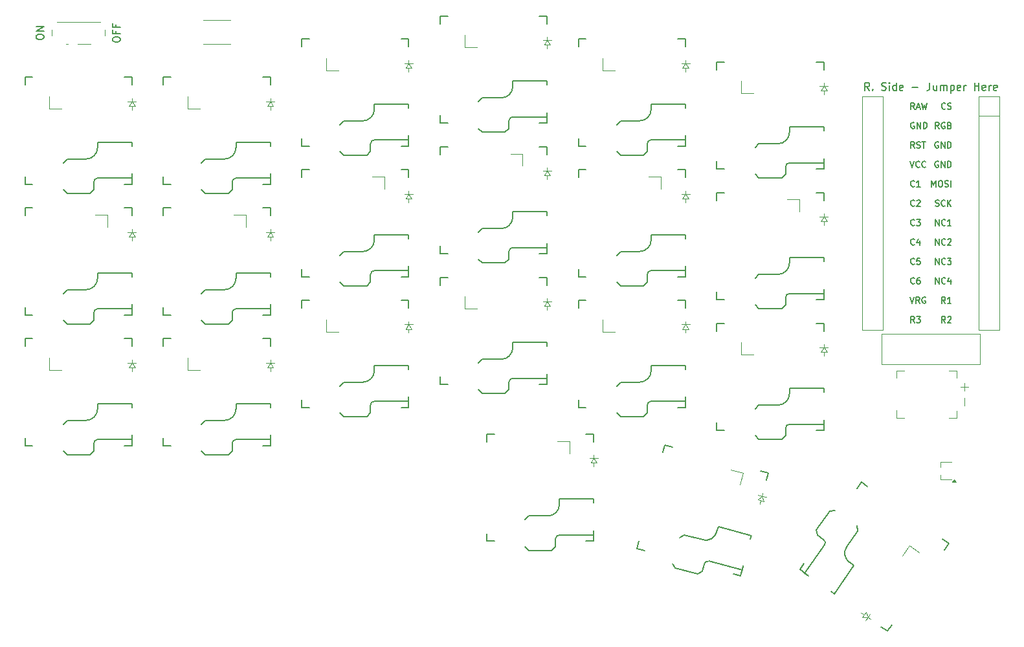
<source format=gbr>
%TF.GenerationSoftware,KiCad,Pcbnew,8.0.5*%
%TF.CreationDate,2024-11-11T15:34:28+00:00*%
%TF.ProjectId,kybd,6b796264-2e6b-4696-9361-645f70636258,v1.0.0*%
%TF.SameCoordinates,Original*%
%TF.FileFunction,Legend,Top*%
%TF.FilePolarity,Positive*%
%FSLAX46Y46*%
G04 Gerber Fmt 4.6, Leading zero omitted, Abs format (unit mm)*
G04 Created by KiCad (PCBNEW 8.0.5) date 2024-11-11 15:34:28*
%MOMM*%
%LPD*%
G01*
G04 APERTURE LIST*
%ADD10C,0.150000*%
%ADD11C,0.100000*%
%ADD12C,0.120000*%
G04 APERTURE END LIST*
D10*
X178452380Y-35509819D02*
X178119047Y-35033628D01*
X177880952Y-35509819D02*
X177880952Y-34509819D01*
X177880952Y-34509819D02*
X178261904Y-34509819D01*
X178261904Y-34509819D02*
X178357142Y-34557438D01*
X178357142Y-34557438D02*
X178404761Y-34605057D01*
X178404761Y-34605057D02*
X178452380Y-34700295D01*
X178452380Y-34700295D02*
X178452380Y-34843152D01*
X178452380Y-34843152D02*
X178404761Y-34938390D01*
X178404761Y-34938390D02*
X178357142Y-34986009D01*
X178357142Y-34986009D02*
X178261904Y-35033628D01*
X178261904Y-35033628D02*
X177880952Y-35033628D01*
X178880952Y-35414580D02*
X178928571Y-35462200D01*
X178928571Y-35462200D02*
X178880952Y-35509819D01*
X178880952Y-35509819D02*
X178833333Y-35462200D01*
X178833333Y-35462200D02*
X178880952Y-35414580D01*
X178880952Y-35414580D02*
X178880952Y-35509819D01*
X180071428Y-35462200D02*
X180214285Y-35509819D01*
X180214285Y-35509819D02*
X180452380Y-35509819D01*
X180452380Y-35509819D02*
X180547618Y-35462200D01*
X180547618Y-35462200D02*
X180595237Y-35414580D01*
X180595237Y-35414580D02*
X180642856Y-35319342D01*
X180642856Y-35319342D02*
X180642856Y-35224104D01*
X180642856Y-35224104D02*
X180595237Y-35128866D01*
X180595237Y-35128866D02*
X180547618Y-35081247D01*
X180547618Y-35081247D02*
X180452380Y-35033628D01*
X180452380Y-35033628D02*
X180261904Y-34986009D01*
X180261904Y-34986009D02*
X180166666Y-34938390D01*
X180166666Y-34938390D02*
X180119047Y-34890771D01*
X180119047Y-34890771D02*
X180071428Y-34795533D01*
X180071428Y-34795533D02*
X180071428Y-34700295D01*
X180071428Y-34700295D02*
X180119047Y-34605057D01*
X180119047Y-34605057D02*
X180166666Y-34557438D01*
X180166666Y-34557438D02*
X180261904Y-34509819D01*
X180261904Y-34509819D02*
X180499999Y-34509819D01*
X180499999Y-34509819D02*
X180642856Y-34557438D01*
X181071428Y-35509819D02*
X181071428Y-34843152D01*
X181071428Y-34509819D02*
X181023809Y-34557438D01*
X181023809Y-34557438D02*
X181071428Y-34605057D01*
X181071428Y-34605057D02*
X181119047Y-34557438D01*
X181119047Y-34557438D02*
X181071428Y-34509819D01*
X181071428Y-34509819D02*
X181071428Y-34605057D01*
X181976189Y-35509819D02*
X181976189Y-34509819D01*
X181976189Y-35462200D02*
X181880951Y-35509819D01*
X181880951Y-35509819D02*
X181690475Y-35509819D01*
X181690475Y-35509819D02*
X181595237Y-35462200D01*
X181595237Y-35462200D02*
X181547618Y-35414580D01*
X181547618Y-35414580D02*
X181499999Y-35319342D01*
X181499999Y-35319342D02*
X181499999Y-35033628D01*
X181499999Y-35033628D02*
X181547618Y-34938390D01*
X181547618Y-34938390D02*
X181595237Y-34890771D01*
X181595237Y-34890771D02*
X181690475Y-34843152D01*
X181690475Y-34843152D02*
X181880951Y-34843152D01*
X181880951Y-34843152D02*
X181976189Y-34890771D01*
X182833332Y-35462200D02*
X182738094Y-35509819D01*
X182738094Y-35509819D02*
X182547618Y-35509819D01*
X182547618Y-35509819D02*
X182452380Y-35462200D01*
X182452380Y-35462200D02*
X182404761Y-35366961D01*
X182404761Y-35366961D02*
X182404761Y-34986009D01*
X182404761Y-34986009D02*
X182452380Y-34890771D01*
X182452380Y-34890771D02*
X182547618Y-34843152D01*
X182547618Y-34843152D02*
X182738094Y-34843152D01*
X182738094Y-34843152D02*
X182833332Y-34890771D01*
X182833332Y-34890771D02*
X182880951Y-34986009D01*
X182880951Y-34986009D02*
X182880951Y-35081247D01*
X182880951Y-35081247D02*
X182404761Y-35176485D01*
X184071428Y-35128866D02*
X184833333Y-35128866D01*
X186357142Y-34509819D02*
X186357142Y-35224104D01*
X186357142Y-35224104D02*
X186309523Y-35366961D01*
X186309523Y-35366961D02*
X186214285Y-35462200D01*
X186214285Y-35462200D02*
X186071428Y-35509819D01*
X186071428Y-35509819D02*
X185976190Y-35509819D01*
X187261904Y-34843152D02*
X187261904Y-35509819D01*
X186833333Y-34843152D02*
X186833333Y-35366961D01*
X186833333Y-35366961D02*
X186880952Y-35462200D01*
X186880952Y-35462200D02*
X186976190Y-35509819D01*
X186976190Y-35509819D02*
X187119047Y-35509819D01*
X187119047Y-35509819D02*
X187214285Y-35462200D01*
X187214285Y-35462200D02*
X187261904Y-35414580D01*
X187738095Y-35509819D02*
X187738095Y-34843152D01*
X187738095Y-34938390D02*
X187785714Y-34890771D01*
X187785714Y-34890771D02*
X187880952Y-34843152D01*
X187880952Y-34843152D02*
X188023809Y-34843152D01*
X188023809Y-34843152D02*
X188119047Y-34890771D01*
X188119047Y-34890771D02*
X188166666Y-34986009D01*
X188166666Y-34986009D02*
X188166666Y-35509819D01*
X188166666Y-34986009D02*
X188214285Y-34890771D01*
X188214285Y-34890771D02*
X188309523Y-34843152D01*
X188309523Y-34843152D02*
X188452380Y-34843152D01*
X188452380Y-34843152D02*
X188547619Y-34890771D01*
X188547619Y-34890771D02*
X188595238Y-34986009D01*
X188595238Y-34986009D02*
X188595238Y-35509819D01*
X189071428Y-34843152D02*
X189071428Y-35843152D01*
X189071428Y-34890771D02*
X189166666Y-34843152D01*
X189166666Y-34843152D02*
X189357142Y-34843152D01*
X189357142Y-34843152D02*
X189452380Y-34890771D01*
X189452380Y-34890771D02*
X189499999Y-34938390D01*
X189499999Y-34938390D02*
X189547618Y-35033628D01*
X189547618Y-35033628D02*
X189547618Y-35319342D01*
X189547618Y-35319342D02*
X189499999Y-35414580D01*
X189499999Y-35414580D02*
X189452380Y-35462200D01*
X189452380Y-35462200D02*
X189357142Y-35509819D01*
X189357142Y-35509819D02*
X189166666Y-35509819D01*
X189166666Y-35509819D02*
X189071428Y-35462200D01*
X190357142Y-35462200D02*
X190261904Y-35509819D01*
X190261904Y-35509819D02*
X190071428Y-35509819D01*
X190071428Y-35509819D02*
X189976190Y-35462200D01*
X189976190Y-35462200D02*
X189928571Y-35366961D01*
X189928571Y-35366961D02*
X189928571Y-34986009D01*
X189928571Y-34986009D02*
X189976190Y-34890771D01*
X189976190Y-34890771D02*
X190071428Y-34843152D01*
X190071428Y-34843152D02*
X190261904Y-34843152D01*
X190261904Y-34843152D02*
X190357142Y-34890771D01*
X190357142Y-34890771D02*
X190404761Y-34986009D01*
X190404761Y-34986009D02*
X190404761Y-35081247D01*
X190404761Y-35081247D02*
X189928571Y-35176485D01*
X190833333Y-35509819D02*
X190833333Y-34843152D01*
X190833333Y-35033628D02*
X190880952Y-34938390D01*
X190880952Y-34938390D02*
X190928571Y-34890771D01*
X190928571Y-34890771D02*
X191023809Y-34843152D01*
X191023809Y-34843152D02*
X191119047Y-34843152D01*
X192214286Y-35509819D02*
X192214286Y-34509819D01*
X192214286Y-34986009D02*
X192785714Y-34986009D01*
X192785714Y-35509819D02*
X192785714Y-34509819D01*
X193642857Y-35462200D02*
X193547619Y-35509819D01*
X193547619Y-35509819D02*
X193357143Y-35509819D01*
X193357143Y-35509819D02*
X193261905Y-35462200D01*
X193261905Y-35462200D02*
X193214286Y-35366961D01*
X193214286Y-35366961D02*
X193214286Y-34986009D01*
X193214286Y-34986009D02*
X193261905Y-34890771D01*
X193261905Y-34890771D02*
X193357143Y-34843152D01*
X193357143Y-34843152D02*
X193547619Y-34843152D01*
X193547619Y-34843152D02*
X193642857Y-34890771D01*
X193642857Y-34890771D02*
X193690476Y-34986009D01*
X193690476Y-34986009D02*
X193690476Y-35081247D01*
X193690476Y-35081247D02*
X193214286Y-35176485D01*
X194119048Y-35509819D02*
X194119048Y-34843152D01*
X194119048Y-35033628D02*
X194166667Y-34938390D01*
X194166667Y-34938390D02*
X194214286Y-34890771D01*
X194214286Y-34890771D02*
X194309524Y-34843152D01*
X194309524Y-34843152D02*
X194404762Y-34843152D01*
X195119048Y-35462200D02*
X195023810Y-35509819D01*
X195023810Y-35509819D02*
X194833334Y-35509819D01*
X194833334Y-35509819D02*
X194738096Y-35462200D01*
X194738096Y-35462200D02*
X194690477Y-35366961D01*
X194690477Y-35366961D02*
X194690477Y-34986009D01*
X194690477Y-34986009D02*
X194738096Y-34890771D01*
X194738096Y-34890771D02*
X194833334Y-34843152D01*
X194833334Y-34843152D02*
X195023810Y-34843152D01*
X195023810Y-34843152D02*
X195119048Y-34890771D01*
X195119048Y-34890771D02*
X195166667Y-34986009D01*
X195166667Y-34986009D02*
X195166667Y-35081247D01*
X195166667Y-35081247D02*
X194690477Y-35176485D01*
X184346303Y-37962295D02*
X184079636Y-37581342D01*
X183889160Y-37962295D02*
X183889160Y-37162295D01*
X183889160Y-37162295D02*
X184193922Y-37162295D01*
X184193922Y-37162295D02*
X184270112Y-37200390D01*
X184270112Y-37200390D02*
X184308207Y-37238485D01*
X184308207Y-37238485D02*
X184346303Y-37314676D01*
X184346303Y-37314676D02*
X184346303Y-37428961D01*
X184346303Y-37428961D02*
X184308207Y-37505152D01*
X184308207Y-37505152D02*
X184270112Y-37543247D01*
X184270112Y-37543247D02*
X184193922Y-37581342D01*
X184193922Y-37581342D02*
X183889160Y-37581342D01*
X184651064Y-37733723D02*
X185032017Y-37733723D01*
X184574874Y-37962295D02*
X184841541Y-37162295D01*
X184841541Y-37162295D02*
X185108207Y-37962295D01*
X185298683Y-37162295D02*
X185489159Y-37962295D01*
X185489159Y-37962295D02*
X185641540Y-37390866D01*
X185641540Y-37390866D02*
X185793921Y-37962295D01*
X185793921Y-37962295D02*
X185984398Y-37162295D01*
X188387030Y-65902295D02*
X188120363Y-65521342D01*
X187929887Y-65902295D02*
X187929887Y-65102295D01*
X187929887Y-65102295D02*
X188234649Y-65102295D01*
X188234649Y-65102295D02*
X188310839Y-65140390D01*
X188310839Y-65140390D02*
X188348934Y-65178485D01*
X188348934Y-65178485D02*
X188387030Y-65254676D01*
X188387030Y-65254676D02*
X188387030Y-65368961D01*
X188387030Y-65368961D02*
X188348934Y-65445152D01*
X188348934Y-65445152D02*
X188310839Y-65483247D01*
X188310839Y-65483247D02*
X188234649Y-65521342D01*
X188234649Y-65521342D02*
X187929887Y-65521342D01*
X188691791Y-65178485D02*
X188729887Y-65140390D01*
X188729887Y-65140390D02*
X188806077Y-65102295D01*
X188806077Y-65102295D02*
X188996553Y-65102295D01*
X188996553Y-65102295D02*
X189072744Y-65140390D01*
X189072744Y-65140390D02*
X189110839Y-65178485D01*
X189110839Y-65178485D02*
X189148934Y-65254676D01*
X189148934Y-65254676D02*
X189148934Y-65330866D01*
X189148934Y-65330866D02*
X189110839Y-65445152D01*
X189110839Y-65445152D02*
X188653696Y-65902295D01*
X188653696Y-65902295D02*
X189148934Y-65902295D01*
X184346303Y-60746104D02*
X184308207Y-60784200D01*
X184308207Y-60784200D02*
X184193922Y-60822295D01*
X184193922Y-60822295D02*
X184117731Y-60822295D01*
X184117731Y-60822295D02*
X184003445Y-60784200D01*
X184003445Y-60784200D02*
X183927255Y-60708009D01*
X183927255Y-60708009D02*
X183889160Y-60631819D01*
X183889160Y-60631819D02*
X183851064Y-60479438D01*
X183851064Y-60479438D02*
X183851064Y-60365152D01*
X183851064Y-60365152D02*
X183889160Y-60212771D01*
X183889160Y-60212771D02*
X183927255Y-60136580D01*
X183927255Y-60136580D02*
X184003445Y-60060390D01*
X184003445Y-60060390D02*
X184117731Y-60022295D01*
X184117731Y-60022295D02*
X184193922Y-60022295D01*
X184193922Y-60022295D02*
X184308207Y-60060390D01*
X184308207Y-60060390D02*
X184346303Y-60098485D01*
X185032017Y-60022295D02*
X184879636Y-60022295D01*
X184879636Y-60022295D02*
X184803445Y-60060390D01*
X184803445Y-60060390D02*
X184765350Y-60098485D01*
X184765350Y-60098485D02*
X184689160Y-60212771D01*
X184689160Y-60212771D02*
X184651064Y-60365152D01*
X184651064Y-60365152D02*
X184651064Y-60669914D01*
X184651064Y-60669914D02*
X184689160Y-60746104D01*
X184689160Y-60746104D02*
X184727255Y-60784200D01*
X184727255Y-60784200D02*
X184803445Y-60822295D01*
X184803445Y-60822295D02*
X184955826Y-60822295D01*
X184955826Y-60822295D02*
X185032017Y-60784200D01*
X185032017Y-60784200D02*
X185070112Y-60746104D01*
X185070112Y-60746104D02*
X185108207Y-60669914D01*
X185108207Y-60669914D02*
X185108207Y-60479438D01*
X185108207Y-60479438D02*
X185070112Y-60403247D01*
X185070112Y-60403247D02*
X185032017Y-60365152D01*
X185032017Y-60365152D02*
X184955826Y-60327057D01*
X184955826Y-60327057D02*
X184803445Y-60327057D01*
X184803445Y-60327057D02*
X184727255Y-60365152D01*
X184727255Y-60365152D02*
X184689160Y-60403247D01*
X184689160Y-60403247D02*
X184651064Y-60479438D01*
X184346303Y-55666104D02*
X184308207Y-55704200D01*
X184308207Y-55704200D02*
X184193922Y-55742295D01*
X184193922Y-55742295D02*
X184117731Y-55742295D01*
X184117731Y-55742295D02*
X184003445Y-55704200D01*
X184003445Y-55704200D02*
X183927255Y-55628009D01*
X183927255Y-55628009D02*
X183889160Y-55551819D01*
X183889160Y-55551819D02*
X183851064Y-55399438D01*
X183851064Y-55399438D02*
X183851064Y-55285152D01*
X183851064Y-55285152D02*
X183889160Y-55132771D01*
X183889160Y-55132771D02*
X183927255Y-55056580D01*
X183927255Y-55056580D02*
X184003445Y-54980390D01*
X184003445Y-54980390D02*
X184117731Y-54942295D01*
X184117731Y-54942295D02*
X184193922Y-54942295D01*
X184193922Y-54942295D02*
X184308207Y-54980390D01*
X184308207Y-54980390D02*
X184346303Y-55018485D01*
X185032017Y-55208961D02*
X185032017Y-55742295D01*
X184841541Y-54904200D02*
X184651064Y-55475628D01*
X184651064Y-55475628D02*
X185146303Y-55475628D01*
X183774874Y-44782295D02*
X184041541Y-45582295D01*
X184041541Y-45582295D02*
X184308207Y-44782295D01*
X185032017Y-45506104D02*
X184993921Y-45544200D01*
X184993921Y-45544200D02*
X184879636Y-45582295D01*
X184879636Y-45582295D02*
X184803445Y-45582295D01*
X184803445Y-45582295D02*
X184689159Y-45544200D01*
X184689159Y-45544200D02*
X184612969Y-45468009D01*
X184612969Y-45468009D02*
X184574874Y-45391819D01*
X184574874Y-45391819D02*
X184536778Y-45239438D01*
X184536778Y-45239438D02*
X184536778Y-45125152D01*
X184536778Y-45125152D02*
X184574874Y-44972771D01*
X184574874Y-44972771D02*
X184612969Y-44896580D01*
X184612969Y-44896580D02*
X184689159Y-44820390D01*
X184689159Y-44820390D02*
X184803445Y-44782295D01*
X184803445Y-44782295D02*
X184879636Y-44782295D01*
X184879636Y-44782295D02*
X184993921Y-44820390D01*
X184993921Y-44820390D02*
X185032017Y-44858485D01*
X185832017Y-45506104D02*
X185793921Y-45544200D01*
X185793921Y-45544200D02*
X185679636Y-45582295D01*
X185679636Y-45582295D02*
X185603445Y-45582295D01*
X185603445Y-45582295D02*
X185489159Y-45544200D01*
X185489159Y-45544200D02*
X185412969Y-45468009D01*
X185412969Y-45468009D02*
X185374874Y-45391819D01*
X185374874Y-45391819D02*
X185336778Y-45239438D01*
X185336778Y-45239438D02*
X185336778Y-45125152D01*
X185336778Y-45125152D02*
X185374874Y-44972771D01*
X185374874Y-44972771D02*
X185412969Y-44896580D01*
X185412969Y-44896580D02*
X185489159Y-44820390D01*
X185489159Y-44820390D02*
X185603445Y-44782295D01*
X185603445Y-44782295D02*
X185679636Y-44782295D01*
X185679636Y-44782295D02*
X185793921Y-44820390D01*
X185793921Y-44820390D02*
X185832017Y-44858485D01*
X187091792Y-58282295D02*
X187091792Y-57482295D01*
X187091792Y-57482295D02*
X187548935Y-58282295D01*
X187548935Y-58282295D02*
X187548935Y-57482295D01*
X188387030Y-58206104D02*
X188348934Y-58244200D01*
X188348934Y-58244200D02*
X188234649Y-58282295D01*
X188234649Y-58282295D02*
X188158458Y-58282295D01*
X188158458Y-58282295D02*
X188044172Y-58244200D01*
X188044172Y-58244200D02*
X187967982Y-58168009D01*
X187967982Y-58168009D02*
X187929887Y-58091819D01*
X187929887Y-58091819D02*
X187891791Y-57939438D01*
X187891791Y-57939438D02*
X187891791Y-57825152D01*
X187891791Y-57825152D02*
X187929887Y-57672771D01*
X187929887Y-57672771D02*
X187967982Y-57596580D01*
X187967982Y-57596580D02*
X188044172Y-57520390D01*
X188044172Y-57520390D02*
X188158458Y-57482295D01*
X188158458Y-57482295D02*
X188234649Y-57482295D01*
X188234649Y-57482295D02*
X188348934Y-57520390D01*
X188348934Y-57520390D02*
X188387030Y-57558485D01*
X188653696Y-57482295D02*
X189148934Y-57482295D01*
X189148934Y-57482295D02*
X188882268Y-57787057D01*
X188882268Y-57787057D02*
X188996553Y-57787057D01*
X188996553Y-57787057D02*
X189072744Y-57825152D01*
X189072744Y-57825152D02*
X189110839Y-57863247D01*
X189110839Y-57863247D02*
X189148934Y-57939438D01*
X189148934Y-57939438D02*
X189148934Y-58129914D01*
X189148934Y-58129914D02*
X189110839Y-58206104D01*
X189110839Y-58206104D02*
X189072744Y-58244200D01*
X189072744Y-58244200D02*
X188996553Y-58282295D01*
X188996553Y-58282295D02*
X188767982Y-58282295D01*
X188767982Y-58282295D02*
X188691791Y-58244200D01*
X188691791Y-58244200D02*
X188653696Y-58206104D01*
X187091792Y-60822295D02*
X187091792Y-60022295D01*
X187091792Y-60022295D02*
X187548935Y-60822295D01*
X187548935Y-60822295D02*
X187548935Y-60022295D01*
X188387030Y-60746104D02*
X188348934Y-60784200D01*
X188348934Y-60784200D02*
X188234649Y-60822295D01*
X188234649Y-60822295D02*
X188158458Y-60822295D01*
X188158458Y-60822295D02*
X188044172Y-60784200D01*
X188044172Y-60784200D02*
X187967982Y-60708009D01*
X187967982Y-60708009D02*
X187929887Y-60631819D01*
X187929887Y-60631819D02*
X187891791Y-60479438D01*
X187891791Y-60479438D02*
X187891791Y-60365152D01*
X187891791Y-60365152D02*
X187929887Y-60212771D01*
X187929887Y-60212771D02*
X187967982Y-60136580D01*
X187967982Y-60136580D02*
X188044172Y-60060390D01*
X188044172Y-60060390D02*
X188158458Y-60022295D01*
X188158458Y-60022295D02*
X188234649Y-60022295D01*
X188234649Y-60022295D02*
X188348934Y-60060390D01*
X188348934Y-60060390D02*
X188387030Y-60098485D01*
X189072744Y-60288961D02*
X189072744Y-60822295D01*
X188882268Y-59984200D02*
X188691791Y-60555628D01*
X188691791Y-60555628D02*
X189187030Y-60555628D01*
X187091792Y-55742295D02*
X187091792Y-54942295D01*
X187091792Y-54942295D02*
X187548935Y-55742295D01*
X187548935Y-55742295D02*
X187548935Y-54942295D01*
X188387030Y-55666104D02*
X188348934Y-55704200D01*
X188348934Y-55704200D02*
X188234649Y-55742295D01*
X188234649Y-55742295D02*
X188158458Y-55742295D01*
X188158458Y-55742295D02*
X188044172Y-55704200D01*
X188044172Y-55704200D02*
X187967982Y-55628009D01*
X187967982Y-55628009D02*
X187929887Y-55551819D01*
X187929887Y-55551819D02*
X187891791Y-55399438D01*
X187891791Y-55399438D02*
X187891791Y-55285152D01*
X187891791Y-55285152D02*
X187929887Y-55132771D01*
X187929887Y-55132771D02*
X187967982Y-55056580D01*
X187967982Y-55056580D02*
X188044172Y-54980390D01*
X188044172Y-54980390D02*
X188158458Y-54942295D01*
X188158458Y-54942295D02*
X188234649Y-54942295D01*
X188234649Y-54942295D02*
X188348934Y-54980390D01*
X188348934Y-54980390D02*
X188387030Y-55018485D01*
X188691791Y-55018485D02*
X188729887Y-54980390D01*
X188729887Y-54980390D02*
X188806077Y-54942295D01*
X188806077Y-54942295D02*
X188996553Y-54942295D01*
X188996553Y-54942295D02*
X189072744Y-54980390D01*
X189072744Y-54980390D02*
X189110839Y-55018485D01*
X189110839Y-55018485D02*
X189148934Y-55094676D01*
X189148934Y-55094676D02*
X189148934Y-55170866D01*
X189148934Y-55170866D02*
X189110839Y-55285152D01*
X189110839Y-55285152D02*
X188653696Y-55742295D01*
X188653696Y-55742295D02*
X189148934Y-55742295D01*
X186596554Y-48122295D02*
X186596554Y-47322295D01*
X186596554Y-47322295D02*
X186863220Y-47893723D01*
X186863220Y-47893723D02*
X187129887Y-47322295D01*
X187129887Y-47322295D02*
X187129887Y-48122295D01*
X187663221Y-47322295D02*
X187815602Y-47322295D01*
X187815602Y-47322295D02*
X187891792Y-47360390D01*
X187891792Y-47360390D02*
X187967983Y-47436580D01*
X187967983Y-47436580D02*
X188006078Y-47588961D01*
X188006078Y-47588961D02*
X188006078Y-47855628D01*
X188006078Y-47855628D02*
X187967983Y-48008009D01*
X187967983Y-48008009D02*
X187891792Y-48084200D01*
X187891792Y-48084200D02*
X187815602Y-48122295D01*
X187815602Y-48122295D02*
X187663221Y-48122295D01*
X187663221Y-48122295D02*
X187587030Y-48084200D01*
X187587030Y-48084200D02*
X187510840Y-48008009D01*
X187510840Y-48008009D02*
X187472744Y-47855628D01*
X187472744Y-47855628D02*
X187472744Y-47588961D01*
X187472744Y-47588961D02*
X187510840Y-47436580D01*
X187510840Y-47436580D02*
X187587030Y-47360390D01*
X187587030Y-47360390D02*
X187663221Y-47322295D01*
X188310839Y-48084200D02*
X188425125Y-48122295D01*
X188425125Y-48122295D02*
X188615601Y-48122295D01*
X188615601Y-48122295D02*
X188691792Y-48084200D01*
X188691792Y-48084200D02*
X188729887Y-48046104D01*
X188729887Y-48046104D02*
X188767982Y-47969914D01*
X188767982Y-47969914D02*
X188767982Y-47893723D01*
X188767982Y-47893723D02*
X188729887Y-47817533D01*
X188729887Y-47817533D02*
X188691792Y-47779438D01*
X188691792Y-47779438D02*
X188615601Y-47741342D01*
X188615601Y-47741342D02*
X188463220Y-47703247D01*
X188463220Y-47703247D02*
X188387030Y-47665152D01*
X188387030Y-47665152D02*
X188348935Y-47627057D01*
X188348935Y-47627057D02*
X188310839Y-47550866D01*
X188310839Y-47550866D02*
X188310839Y-47474676D01*
X188310839Y-47474676D02*
X188348935Y-47398485D01*
X188348935Y-47398485D02*
X188387030Y-47360390D01*
X188387030Y-47360390D02*
X188463220Y-47322295D01*
X188463220Y-47322295D02*
X188653697Y-47322295D01*
X188653697Y-47322295D02*
X188767982Y-47360390D01*
X189110840Y-48122295D02*
X189110840Y-47322295D01*
X188387030Y-37886104D02*
X188348934Y-37924200D01*
X188348934Y-37924200D02*
X188234649Y-37962295D01*
X188234649Y-37962295D02*
X188158458Y-37962295D01*
X188158458Y-37962295D02*
X188044172Y-37924200D01*
X188044172Y-37924200D02*
X187967982Y-37848009D01*
X187967982Y-37848009D02*
X187929887Y-37771819D01*
X187929887Y-37771819D02*
X187891791Y-37619438D01*
X187891791Y-37619438D02*
X187891791Y-37505152D01*
X187891791Y-37505152D02*
X187929887Y-37352771D01*
X187929887Y-37352771D02*
X187967982Y-37276580D01*
X187967982Y-37276580D02*
X188044172Y-37200390D01*
X188044172Y-37200390D02*
X188158458Y-37162295D01*
X188158458Y-37162295D02*
X188234649Y-37162295D01*
X188234649Y-37162295D02*
X188348934Y-37200390D01*
X188348934Y-37200390D02*
X188387030Y-37238485D01*
X188691791Y-37924200D02*
X188806077Y-37962295D01*
X188806077Y-37962295D02*
X188996553Y-37962295D01*
X188996553Y-37962295D02*
X189072744Y-37924200D01*
X189072744Y-37924200D02*
X189110839Y-37886104D01*
X189110839Y-37886104D02*
X189148934Y-37809914D01*
X189148934Y-37809914D02*
X189148934Y-37733723D01*
X189148934Y-37733723D02*
X189110839Y-37657533D01*
X189110839Y-37657533D02*
X189072744Y-37619438D01*
X189072744Y-37619438D02*
X188996553Y-37581342D01*
X188996553Y-37581342D02*
X188844172Y-37543247D01*
X188844172Y-37543247D02*
X188767982Y-37505152D01*
X188767982Y-37505152D02*
X188729887Y-37467057D01*
X188729887Y-37467057D02*
X188691791Y-37390866D01*
X188691791Y-37390866D02*
X188691791Y-37314676D01*
X188691791Y-37314676D02*
X188729887Y-37238485D01*
X188729887Y-37238485D02*
X188767982Y-37200390D01*
X188767982Y-37200390D02*
X188844172Y-37162295D01*
X188844172Y-37162295D02*
X189034649Y-37162295D01*
X189034649Y-37162295D02*
X189148934Y-37200390D01*
X187472744Y-42280390D02*
X187396554Y-42242295D01*
X187396554Y-42242295D02*
X187282268Y-42242295D01*
X187282268Y-42242295D02*
X187167982Y-42280390D01*
X187167982Y-42280390D02*
X187091792Y-42356580D01*
X187091792Y-42356580D02*
X187053697Y-42432771D01*
X187053697Y-42432771D02*
X187015601Y-42585152D01*
X187015601Y-42585152D02*
X187015601Y-42699438D01*
X187015601Y-42699438D02*
X187053697Y-42851819D01*
X187053697Y-42851819D02*
X187091792Y-42928009D01*
X187091792Y-42928009D02*
X187167982Y-43004200D01*
X187167982Y-43004200D02*
X187282268Y-43042295D01*
X187282268Y-43042295D02*
X187358459Y-43042295D01*
X187358459Y-43042295D02*
X187472744Y-43004200D01*
X187472744Y-43004200D02*
X187510840Y-42966104D01*
X187510840Y-42966104D02*
X187510840Y-42699438D01*
X187510840Y-42699438D02*
X187358459Y-42699438D01*
X187853697Y-43042295D02*
X187853697Y-42242295D01*
X187853697Y-42242295D02*
X188310840Y-43042295D01*
X188310840Y-43042295D02*
X188310840Y-42242295D01*
X188691792Y-43042295D02*
X188691792Y-42242295D01*
X188691792Y-42242295D02*
X188882268Y-42242295D01*
X188882268Y-42242295D02*
X188996554Y-42280390D01*
X188996554Y-42280390D02*
X189072744Y-42356580D01*
X189072744Y-42356580D02*
X189110839Y-42432771D01*
X189110839Y-42432771D02*
X189148935Y-42585152D01*
X189148935Y-42585152D02*
X189148935Y-42699438D01*
X189148935Y-42699438D02*
X189110839Y-42851819D01*
X189110839Y-42851819D02*
X189072744Y-42928009D01*
X189072744Y-42928009D02*
X188996554Y-43004200D01*
X188996554Y-43004200D02*
X188882268Y-43042295D01*
X188882268Y-43042295D02*
X188691792Y-43042295D01*
X187548935Y-40502295D02*
X187282268Y-40121342D01*
X187091792Y-40502295D02*
X187091792Y-39702295D01*
X187091792Y-39702295D02*
X187396554Y-39702295D01*
X187396554Y-39702295D02*
X187472744Y-39740390D01*
X187472744Y-39740390D02*
X187510839Y-39778485D01*
X187510839Y-39778485D02*
X187548935Y-39854676D01*
X187548935Y-39854676D02*
X187548935Y-39968961D01*
X187548935Y-39968961D02*
X187510839Y-40045152D01*
X187510839Y-40045152D02*
X187472744Y-40083247D01*
X187472744Y-40083247D02*
X187396554Y-40121342D01*
X187396554Y-40121342D02*
X187091792Y-40121342D01*
X188310839Y-39740390D02*
X188234649Y-39702295D01*
X188234649Y-39702295D02*
X188120363Y-39702295D01*
X188120363Y-39702295D02*
X188006077Y-39740390D01*
X188006077Y-39740390D02*
X187929887Y-39816580D01*
X187929887Y-39816580D02*
X187891792Y-39892771D01*
X187891792Y-39892771D02*
X187853696Y-40045152D01*
X187853696Y-40045152D02*
X187853696Y-40159438D01*
X187853696Y-40159438D02*
X187891792Y-40311819D01*
X187891792Y-40311819D02*
X187929887Y-40388009D01*
X187929887Y-40388009D02*
X188006077Y-40464200D01*
X188006077Y-40464200D02*
X188120363Y-40502295D01*
X188120363Y-40502295D02*
X188196554Y-40502295D01*
X188196554Y-40502295D02*
X188310839Y-40464200D01*
X188310839Y-40464200D02*
X188348935Y-40426104D01*
X188348935Y-40426104D02*
X188348935Y-40159438D01*
X188348935Y-40159438D02*
X188196554Y-40159438D01*
X188958458Y-40083247D02*
X189072744Y-40121342D01*
X189072744Y-40121342D02*
X189110839Y-40159438D01*
X189110839Y-40159438D02*
X189148935Y-40235628D01*
X189148935Y-40235628D02*
X189148935Y-40349914D01*
X189148935Y-40349914D02*
X189110839Y-40426104D01*
X189110839Y-40426104D02*
X189072744Y-40464200D01*
X189072744Y-40464200D02*
X188996554Y-40502295D01*
X188996554Y-40502295D02*
X188691792Y-40502295D01*
X188691792Y-40502295D02*
X188691792Y-39702295D01*
X188691792Y-39702295D02*
X188958458Y-39702295D01*
X188958458Y-39702295D02*
X189034649Y-39740390D01*
X189034649Y-39740390D02*
X189072744Y-39778485D01*
X189072744Y-39778485D02*
X189110839Y-39854676D01*
X189110839Y-39854676D02*
X189110839Y-39930866D01*
X189110839Y-39930866D02*
X189072744Y-40007057D01*
X189072744Y-40007057D02*
X189034649Y-40045152D01*
X189034649Y-40045152D02*
X188958458Y-40083247D01*
X188958458Y-40083247D02*
X188691792Y-40083247D01*
X184308207Y-39740390D02*
X184232017Y-39702295D01*
X184232017Y-39702295D02*
X184117731Y-39702295D01*
X184117731Y-39702295D02*
X184003445Y-39740390D01*
X184003445Y-39740390D02*
X183927255Y-39816580D01*
X183927255Y-39816580D02*
X183889160Y-39892771D01*
X183889160Y-39892771D02*
X183851064Y-40045152D01*
X183851064Y-40045152D02*
X183851064Y-40159438D01*
X183851064Y-40159438D02*
X183889160Y-40311819D01*
X183889160Y-40311819D02*
X183927255Y-40388009D01*
X183927255Y-40388009D02*
X184003445Y-40464200D01*
X184003445Y-40464200D02*
X184117731Y-40502295D01*
X184117731Y-40502295D02*
X184193922Y-40502295D01*
X184193922Y-40502295D02*
X184308207Y-40464200D01*
X184308207Y-40464200D02*
X184346303Y-40426104D01*
X184346303Y-40426104D02*
X184346303Y-40159438D01*
X184346303Y-40159438D02*
X184193922Y-40159438D01*
X184689160Y-40502295D02*
X184689160Y-39702295D01*
X184689160Y-39702295D02*
X185146303Y-40502295D01*
X185146303Y-40502295D02*
X185146303Y-39702295D01*
X185527255Y-40502295D02*
X185527255Y-39702295D01*
X185527255Y-39702295D02*
X185717731Y-39702295D01*
X185717731Y-39702295D02*
X185832017Y-39740390D01*
X185832017Y-39740390D02*
X185908207Y-39816580D01*
X185908207Y-39816580D02*
X185946302Y-39892771D01*
X185946302Y-39892771D02*
X185984398Y-40045152D01*
X185984398Y-40045152D02*
X185984398Y-40159438D01*
X185984398Y-40159438D02*
X185946302Y-40311819D01*
X185946302Y-40311819D02*
X185908207Y-40388009D01*
X185908207Y-40388009D02*
X185832017Y-40464200D01*
X185832017Y-40464200D02*
X185717731Y-40502295D01*
X185717731Y-40502295D02*
X185527255Y-40502295D01*
X184346303Y-50586104D02*
X184308207Y-50624200D01*
X184308207Y-50624200D02*
X184193922Y-50662295D01*
X184193922Y-50662295D02*
X184117731Y-50662295D01*
X184117731Y-50662295D02*
X184003445Y-50624200D01*
X184003445Y-50624200D02*
X183927255Y-50548009D01*
X183927255Y-50548009D02*
X183889160Y-50471819D01*
X183889160Y-50471819D02*
X183851064Y-50319438D01*
X183851064Y-50319438D02*
X183851064Y-50205152D01*
X183851064Y-50205152D02*
X183889160Y-50052771D01*
X183889160Y-50052771D02*
X183927255Y-49976580D01*
X183927255Y-49976580D02*
X184003445Y-49900390D01*
X184003445Y-49900390D02*
X184117731Y-49862295D01*
X184117731Y-49862295D02*
X184193922Y-49862295D01*
X184193922Y-49862295D02*
X184308207Y-49900390D01*
X184308207Y-49900390D02*
X184346303Y-49938485D01*
X184651064Y-49938485D02*
X184689160Y-49900390D01*
X184689160Y-49900390D02*
X184765350Y-49862295D01*
X184765350Y-49862295D02*
X184955826Y-49862295D01*
X184955826Y-49862295D02*
X185032017Y-49900390D01*
X185032017Y-49900390D02*
X185070112Y-49938485D01*
X185070112Y-49938485D02*
X185108207Y-50014676D01*
X185108207Y-50014676D02*
X185108207Y-50090866D01*
X185108207Y-50090866D02*
X185070112Y-50205152D01*
X185070112Y-50205152D02*
X184612969Y-50662295D01*
X184612969Y-50662295D02*
X185108207Y-50662295D01*
X184346303Y-43042295D02*
X184079636Y-42661342D01*
X183889160Y-43042295D02*
X183889160Y-42242295D01*
X183889160Y-42242295D02*
X184193922Y-42242295D01*
X184193922Y-42242295D02*
X184270112Y-42280390D01*
X184270112Y-42280390D02*
X184308207Y-42318485D01*
X184308207Y-42318485D02*
X184346303Y-42394676D01*
X184346303Y-42394676D02*
X184346303Y-42508961D01*
X184346303Y-42508961D02*
X184308207Y-42585152D01*
X184308207Y-42585152D02*
X184270112Y-42623247D01*
X184270112Y-42623247D02*
X184193922Y-42661342D01*
X184193922Y-42661342D02*
X183889160Y-42661342D01*
X184651064Y-43004200D02*
X184765350Y-43042295D01*
X184765350Y-43042295D02*
X184955826Y-43042295D01*
X184955826Y-43042295D02*
X185032017Y-43004200D01*
X185032017Y-43004200D02*
X185070112Y-42966104D01*
X185070112Y-42966104D02*
X185108207Y-42889914D01*
X185108207Y-42889914D02*
X185108207Y-42813723D01*
X185108207Y-42813723D02*
X185070112Y-42737533D01*
X185070112Y-42737533D02*
X185032017Y-42699438D01*
X185032017Y-42699438D02*
X184955826Y-42661342D01*
X184955826Y-42661342D02*
X184803445Y-42623247D01*
X184803445Y-42623247D02*
X184727255Y-42585152D01*
X184727255Y-42585152D02*
X184689160Y-42547057D01*
X184689160Y-42547057D02*
X184651064Y-42470866D01*
X184651064Y-42470866D02*
X184651064Y-42394676D01*
X184651064Y-42394676D02*
X184689160Y-42318485D01*
X184689160Y-42318485D02*
X184727255Y-42280390D01*
X184727255Y-42280390D02*
X184803445Y-42242295D01*
X184803445Y-42242295D02*
X184993922Y-42242295D01*
X184993922Y-42242295D02*
X185108207Y-42280390D01*
X185336779Y-42242295D02*
X185793922Y-42242295D01*
X185565350Y-43042295D02*
X185565350Y-42242295D01*
X183774874Y-62562295D02*
X184041541Y-63362295D01*
X184041541Y-63362295D02*
X184308207Y-62562295D01*
X185032017Y-63362295D02*
X184765350Y-62981342D01*
X184574874Y-63362295D02*
X184574874Y-62562295D01*
X184574874Y-62562295D02*
X184879636Y-62562295D01*
X184879636Y-62562295D02*
X184955826Y-62600390D01*
X184955826Y-62600390D02*
X184993921Y-62638485D01*
X184993921Y-62638485D02*
X185032017Y-62714676D01*
X185032017Y-62714676D02*
X185032017Y-62828961D01*
X185032017Y-62828961D02*
X184993921Y-62905152D01*
X184993921Y-62905152D02*
X184955826Y-62943247D01*
X184955826Y-62943247D02*
X184879636Y-62981342D01*
X184879636Y-62981342D02*
X184574874Y-62981342D01*
X185793921Y-62600390D02*
X185717731Y-62562295D01*
X185717731Y-62562295D02*
X185603445Y-62562295D01*
X185603445Y-62562295D02*
X185489159Y-62600390D01*
X185489159Y-62600390D02*
X185412969Y-62676580D01*
X185412969Y-62676580D02*
X185374874Y-62752771D01*
X185374874Y-62752771D02*
X185336778Y-62905152D01*
X185336778Y-62905152D02*
X185336778Y-63019438D01*
X185336778Y-63019438D02*
X185374874Y-63171819D01*
X185374874Y-63171819D02*
X185412969Y-63248009D01*
X185412969Y-63248009D02*
X185489159Y-63324200D01*
X185489159Y-63324200D02*
X185603445Y-63362295D01*
X185603445Y-63362295D02*
X185679636Y-63362295D01*
X185679636Y-63362295D02*
X185793921Y-63324200D01*
X185793921Y-63324200D02*
X185832017Y-63286104D01*
X185832017Y-63286104D02*
X185832017Y-63019438D01*
X185832017Y-63019438D02*
X185679636Y-63019438D01*
X184346303Y-58206104D02*
X184308207Y-58244200D01*
X184308207Y-58244200D02*
X184193922Y-58282295D01*
X184193922Y-58282295D02*
X184117731Y-58282295D01*
X184117731Y-58282295D02*
X184003445Y-58244200D01*
X184003445Y-58244200D02*
X183927255Y-58168009D01*
X183927255Y-58168009D02*
X183889160Y-58091819D01*
X183889160Y-58091819D02*
X183851064Y-57939438D01*
X183851064Y-57939438D02*
X183851064Y-57825152D01*
X183851064Y-57825152D02*
X183889160Y-57672771D01*
X183889160Y-57672771D02*
X183927255Y-57596580D01*
X183927255Y-57596580D02*
X184003445Y-57520390D01*
X184003445Y-57520390D02*
X184117731Y-57482295D01*
X184117731Y-57482295D02*
X184193922Y-57482295D01*
X184193922Y-57482295D02*
X184308207Y-57520390D01*
X184308207Y-57520390D02*
X184346303Y-57558485D01*
X185070112Y-57482295D02*
X184689160Y-57482295D01*
X184689160Y-57482295D02*
X184651064Y-57863247D01*
X184651064Y-57863247D02*
X184689160Y-57825152D01*
X184689160Y-57825152D02*
X184765350Y-57787057D01*
X184765350Y-57787057D02*
X184955826Y-57787057D01*
X184955826Y-57787057D02*
X185032017Y-57825152D01*
X185032017Y-57825152D02*
X185070112Y-57863247D01*
X185070112Y-57863247D02*
X185108207Y-57939438D01*
X185108207Y-57939438D02*
X185108207Y-58129914D01*
X185108207Y-58129914D02*
X185070112Y-58206104D01*
X185070112Y-58206104D02*
X185032017Y-58244200D01*
X185032017Y-58244200D02*
X184955826Y-58282295D01*
X184955826Y-58282295D02*
X184765350Y-58282295D01*
X184765350Y-58282295D02*
X184689160Y-58244200D01*
X184689160Y-58244200D02*
X184651064Y-58206104D01*
X184346303Y-53126104D02*
X184308207Y-53164200D01*
X184308207Y-53164200D02*
X184193922Y-53202295D01*
X184193922Y-53202295D02*
X184117731Y-53202295D01*
X184117731Y-53202295D02*
X184003445Y-53164200D01*
X184003445Y-53164200D02*
X183927255Y-53088009D01*
X183927255Y-53088009D02*
X183889160Y-53011819D01*
X183889160Y-53011819D02*
X183851064Y-52859438D01*
X183851064Y-52859438D02*
X183851064Y-52745152D01*
X183851064Y-52745152D02*
X183889160Y-52592771D01*
X183889160Y-52592771D02*
X183927255Y-52516580D01*
X183927255Y-52516580D02*
X184003445Y-52440390D01*
X184003445Y-52440390D02*
X184117731Y-52402295D01*
X184117731Y-52402295D02*
X184193922Y-52402295D01*
X184193922Y-52402295D02*
X184308207Y-52440390D01*
X184308207Y-52440390D02*
X184346303Y-52478485D01*
X184612969Y-52402295D02*
X185108207Y-52402295D01*
X185108207Y-52402295D02*
X184841541Y-52707057D01*
X184841541Y-52707057D02*
X184955826Y-52707057D01*
X184955826Y-52707057D02*
X185032017Y-52745152D01*
X185032017Y-52745152D02*
X185070112Y-52783247D01*
X185070112Y-52783247D02*
X185108207Y-52859438D01*
X185108207Y-52859438D02*
X185108207Y-53049914D01*
X185108207Y-53049914D02*
X185070112Y-53126104D01*
X185070112Y-53126104D02*
X185032017Y-53164200D01*
X185032017Y-53164200D02*
X184955826Y-53202295D01*
X184955826Y-53202295D02*
X184727255Y-53202295D01*
X184727255Y-53202295D02*
X184651064Y-53164200D01*
X184651064Y-53164200D02*
X184612969Y-53126104D01*
X187091791Y-50624200D02*
X187206077Y-50662295D01*
X187206077Y-50662295D02*
X187396553Y-50662295D01*
X187396553Y-50662295D02*
X187472744Y-50624200D01*
X187472744Y-50624200D02*
X187510839Y-50586104D01*
X187510839Y-50586104D02*
X187548934Y-50509914D01*
X187548934Y-50509914D02*
X187548934Y-50433723D01*
X187548934Y-50433723D02*
X187510839Y-50357533D01*
X187510839Y-50357533D02*
X187472744Y-50319438D01*
X187472744Y-50319438D02*
X187396553Y-50281342D01*
X187396553Y-50281342D02*
X187244172Y-50243247D01*
X187244172Y-50243247D02*
X187167982Y-50205152D01*
X187167982Y-50205152D02*
X187129887Y-50167057D01*
X187129887Y-50167057D02*
X187091791Y-50090866D01*
X187091791Y-50090866D02*
X187091791Y-50014676D01*
X187091791Y-50014676D02*
X187129887Y-49938485D01*
X187129887Y-49938485D02*
X187167982Y-49900390D01*
X187167982Y-49900390D02*
X187244172Y-49862295D01*
X187244172Y-49862295D02*
X187434649Y-49862295D01*
X187434649Y-49862295D02*
X187548934Y-49900390D01*
X188348935Y-50586104D02*
X188310839Y-50624200D01*
X188310839Y-50624200D02*
X188196554Y-50662295D01*
X188196554Y-50662295D02*
X188120363Y-50662295D01*
X188120363Y-50662295D02*
X188006077Y-50624200D01*
X188006077Y-50624200D02*
X187929887Y-50548009D01*
X187929887Y-50548009D02*
X187891792Y-50471819D01*
X187891792Y-50471819D02*
X187853696Y-50319438D01*
X187853696Y-50319438D02*
X187853696Y-50205152D01*
X187853696Y-50205152D02*
X187891792Y-50052771D01*
X187891792Y-50052771D02*
X187929887Y-49976580D01*
X187929887Y-49976580D02*
X188006077Y-49900390D01*
X188006077Y-49900390D02*
X188120363Y-49862295D01*
X188120363Y-49862295D02*
X188196554Y-49862295D01*
X188196554Y-49862295D02*
X188310839Y-49900390D01*
X188310839Y-49900390D02*
X188348935Y-49938485D01*
X188691792Y-50662295D02*
X188691792Y-49862295D01*
X189148935Y-50662295D02*
X188806077Y-50205152D01*
X189148935Y-49862295D02*
X188691792Y-50319438D01*
X184346303Y-65902295D02*
X184079636Y-65521342D01*
X183889160Y-65902295D02*
X183889160Y-65102295D01*
X183889160Y-65102295D02*
X184193922Y-65102295D01*
X184193922Y-65102295D02*
X184270112Y-65140390D01*
X184270112Y-65140390D02*
X184308207Y-65178485D01*
X184308207Y-65178485D02*
X184346303Y-65254676D01*
X184346303Y-65254676D02*
X184346303Y-65368961D01*
X184346303Y-65368961D02*
X184308207Y-65445152D01*
X184308207Y-65445152D02*
X184270112Y-65483247D01*
X184270112Y-65483247D02*
X184193922Y-65521342D01*
X184193922Y-65521342D02*
X183889160Y-65521342D01*
X184612969Y-65102295D02*
X185108207Y-65102295D01*
X185108207Y-65102295D02*
X184841541Y-65407057D01*
X184841541Y-65407057D02*
X184955826Y-65407057D01*
X184955826Y-65407057D02*
X185032017Y-65445152D01*
X185032017Y-65445152D02*
X185070112Y-65483247D01*
X185070112Y-65483247D02*
X185108207Y-65559438D01*
X185108207Y-65559438D02*
X185108207Y-65749914D01*
X185108207Y-65749914D02*
X185070112Y-65826104D01*
X185070112Y-65826104D02*
X185032017Y-65864200D01*
X185032017Y-65864200D02*
X184955826Y-65902295D01*
X184955826Y-65902295D02*
X184727255Y-65902295D01*
X184727255Y-65902295D02*
X184651064Y-65864200D01*
X184651064Y-65864200D02*
X184612969Y-65826104D01*
X187091792Y-53202295D02*
X187091792Y-52402295D01*
X187091792Y-52402295D02*
X187548935Y-53202295D01*
X187548935Y-53202295D02*
X187548935Y-52402295D01*
X188387030Y-53126104D02*
X188348934Y-53164200D01*
X188348934Y-53164200D02*
X188234649Y-53202295D01*
X188234649Y-53202295D02*
X188158458Y-53202295D01*
X188158458Y-53202295D02*
X188044172Y-53164200D01*
X188044172Y-53164200D02*
X187967982Y-53088009D01*
X187967982Y-53088009D02*
X187929887Y-53011819D01*
X187929887Y-53011819D02*
X187891791Y-52859438D01*
X187891791Y-52859438D02*
X187891791Y-52745152D01*
X187891791Y-52745152D02*
X187929887Y-52592771D01*
X187929887Y-52592771D02*
X187967982Y-52516580D01*
X187967982Y-52516580D02*
X188044172Y-52440390D01*
X188044172Y-52440390D02*
X188158458Y-52402295D01*
X188158458Y-52402295D02*
X188234649Y-52402295D01*
X188234649Y-52402295D02*
X188348934Y-52440390D01*
X188348934Y-52440390D02*
X188387030Y-52478485D01*
X189148934Y-53202295D02*
X188691791Y-53202295D01*
X188920363Y-53202295D02*
X188920363Y-52402295D01*
X188920363Y-52402295D02*
X188844172Y-52516580D01*
X188844172Y-52516580D02*
X188767982Y-52592771D01*
X188767982Y-52592771D02*
X188691791Y-52630866D01*
X188387030Y-63362295D02*
X188120363Y-62981342D01*
X187929887Y-63362295D02*
X187929887Y-62562295D01*
X187929887Y-62562295D02*
X188234649Y-62562295D01*
X188234649Y-62562295D02*
X188310839Y-62600390D01*
X188310839Y-62600390D02*
X188348934Y-62638485D01*
X188348934Y-62638485D02*
X188387030Y-62714676D01*
X188387030Y-62714676D02*
X188387030Y-62828961D01*
X188387030Y-62828961D02*
X188348934Y-62905152D01*
X188348934Y-62905152D02*
X188310839Y-62943247D01*
X188310839Y-62943247D02*
X188234649Y-62981342D01*
X188234649Y-62981342D02*
X187929887Y-62981342D01*
X189148934Y-63362295D02*
X188691791Y-63362295D01*
X188920363Y-63362295D02*
X188920363Y-62562295D01*
X188920363Y-62562295D02*
X188844172Y-62676580D01*
X188844172Y-62676580D02*
X188767982Y-62752771D01*
X188767982Y-62752771D02*
X188691791Y-62790866D01*
X187472744Y-44820390D02*
X187396554Y-44782295D01*
X187396554Y-44782295D02*
X187282268Y-44782295D01*
X187282268Y-44782295D02*
X187167982Y-44820390D01*
X187167982Y-44820390D02*
X187091792Y-44896580D01*
X187091792Y-44896580D02*
X187053697Y-44972771D01*
X187053697Y-44972771D02*
X187015601Y-45125152D01*
X187015601Y-45125152D02*
X187015601Y-45239438D01*
X187015601Y-45239438D02*
X187053697Y-45391819D01*
X187053697Y-45391819D02*
X187091792Y-45468009D01*
X187091792Y-45468009D02*
X187167982Y-45544200D01*
X187167982Y-45544200D02*
X187282268Y-45582295D01*
X187282268Y-45582295D02*
X187358459Y-45582295D01*
X187358459Y-45582295D02*
X187472744Y-45544200D01*
X187472744Y-45544200D02*
X187510840Y-45506104D01*
X187510840Y-45506104D02*
X187510840Y-45239438D01*
X187510840Y-45239438D02*
X187358459Y-45239438D01*
X187853697Y-45582295D02*
X187853697Y-44782295D01*
X187853697Y-44782295D02*
X188310840Y-45582295D01*
X188310840Y-45582295D02*
X188310840Y-44782295D01*
X188691792Y-45582295D02*
X188691792Y-44782295D01*
X188691792Y-44782295D02*
X188882268Y-44782295D01*
X188882268Y-44782295D02*
X188996554Y-44820390D01*
X188996554Y-44820390D02*
X189072744Y-44896580D01*
X189072744Y-44896580D02*
X189110839Y-44972771D01*
X189110839Y-44972771D02*
X189148935Y-45125152D01*
X189148935Y-45125152D02*
X189148935Y-45239438D01*
X189148935Y-45239438D02*
X189110839Y-45391819D01*
X189110839Y-45391819D02*
X189072744Y-45468009D01*
X189072744Y-45468009D02*
X188996554Y-45544200D01*
X188996554Y-45544200D02*
X188882268Y-45582295D01*
X188882268Y-45582295D02*
X188691792Y-45582295D01*
X184346303Y-48046104D02*
X184308207Y-48084200D01*
X184308207Y-48084200D02*
X184193922Y-48122295D01*
X184193922Y-48122295D02*
X184117731Y-48122295D01*
X184117731Y-48122295D02*
X184003445Y-48084200D01*
X184003445Y-48084200D02*
X183927255Y-48008009D01*
X183927255Y-48008009D02*
X183889160Y-47931819D01*
X183889160Y-47931819D02*
X183851064Y-47779438D01*
X183851064Y-47779438D02*
X183851064Y-47665152D01*
X183851064Y-47665152D02*
X183889160Y-47512771D01*
X183889160Y-47512771D02*
X183927255Y-47436580D01*
X183927255Y-47436580D02*
X184003445Y-47360390D01*
X184003445Y-47360390D02*
X184117731Y-47322295D01*
X184117731Y-47322295D02*
X184193922Y-47322295D01*
X184193922Y-47322295D02*
X184308207Y-47360390D01*
X184308207Y-47360390D02*
X184346303Y-47398485D01*
X185108207Y-48122295D02*
X184651064Y-48122295D01*
X184879636Y-48122295D02*
X184879636Y-47322295D01*
X184879636Y-47322295D02*
X184803445Y-47436580D01*
X184803445Y-47436580D02*
X184727255Y-47512771D01*
X184727255Y-47512771D02*
X184651064Y-47550866D01*
X79454819Y-28952380D02*
X79454819Y-28761904D01*
X79454819Y-28761904D02*
X79502438Y-28666666D01*
X79502438Y-28666666D02*
X79597676Y-28571428D01*
X79597676Y-28571428D02*
X79788152Y-28523809D01*
X79788152Y-28523809D02*
X80121485Y-28523809D01*
X80121485Y-28523809D02*
X80311961Y-28571428D01*
X80311961Y-28571428D02*
X80407200Y-28666666D01*
X80407200Y-28666666D02*
X80454819Y-28761904D01*
X80454819Y-28761904D02*
X80454819Y-28952380D01*
X80454819Y-28952380D02*
X80407200Y-29047618D01*
X80407200Y-29047618D02*
X80311961Y-29142856D01*
X80311961Y-29142856D02*
X80121485Y-29190475D01*
X80121485Y-29190475D02*
X79788152Y-29190475D01*
X79788152Y-29190475D02*
X79597676Y-29142856D01*
X79597676Y-29142856D02*
X79502438Y-29047618D01*
X79502438Y-29047618D02*
X79454819Y-28952380D01*
X79931009Y-27761904D02*
X79931009Y-28095237D01*
X80454819Y-28095237D02*
X79454819Y-28095237D01*
X79454819Y-28095237D02*
X79454819Y-27619047D01*
X79931009Y-26904761D02*
X79931009Y-27238094D01*
X80454819Y-27238094D02*
X79454819Y-27238094D01*
X79454819Y-27238094D02*
X79454819Y-26761904D01*
X69454819Y-28619047D02*
X69454819Y-28428571D01*
X69454819Y-28428571D02*
X69502438Y-28333333D01*
X69502438Y-28333333D02*
X69597676Y-28238095D01*
X69597676Y-28238095D02*
X69788152Y-28190476D01*
X69788152Y-28190476D02*
X70121485Y-28190476D01*
X70121485Y-28190476D02*
X70311961Y-28238095D01*
X70311961Y-28238095D02*
X70407200Y-28333333D01*
X70407200Y-28333333D02*
X70454819Y-28428571D01*
X70454819Y-28428571D02*
X70454819Y-28619047D01*
X70454819Y-28619047D02*
X70407200Y-28714285D01*
X70407200Y-28714285D02*
X70311961Y-28809523D01*
X70311961Y-28809523D02*
X70121485Y-28857142D01*
X70121485Y-28857142D02*
X69788152Y-28857142D01*
X69788152Y-28857142D02*
X69597676Y-28809523D01*
X69597676Y-28809523D02*
X69502438Y-28714285D01*
X69502438Y-28714285D02*
X69454819Y-28619047D01*
X70454819Y-27761904D02*
X69454819Y-27761904D01*
X69454819Y-27761904D02*
X70454819Y-27190476D01*
X70454819Y-27190476D02*
X69454819Y-27190476D01*
D11*
%TO.C,D20*%
X163866225Y-89068954D02*
X164407887Y-88592926D01*
X164252595Y-89172481D02*
X164123186Y-89655444D01*
X164407887Y-88592926D02*
X163876626Y-88450575D01*
X164407887Y-88592926D02*
X164638966Y-89276009D01*
X164407887Y-88592926D02*
X164939146Y-88735276D01*
X164511414Y-88206556D02*
X164407887Y-88592926D01*
X164638966Y-89276009D02*
X163866225Y-89068954D01*
D12*
%TO.C,SW1*%
X91350000Y-26350000D02*
X94850000Y-26350000D01*
X94850000Y-29450000D02*
X91350000Y-29450000D01*
D11*
%TO.C,D5*%
X99700000Y-54650000D02*
X100100000Y-54050000D01*
X100100000Y-53650000D02*
X100100000Y-54050000D01*
X100100000Y-54050000D02*
X99550000Y-54050000D01*
X100100000Y-54050000D02*
X100500000Y-54650000D01*
X100100000Y-54050000D02*
X100650000Y-54050000D01*
X100100000Y-54650000D02*
X100100000Y-55150000D01*
X100500000Y-54650000D02*
X99700000Y-54650000D01*
%TO.C,D17*%
X172100000Y-52650000D02*
X172500000Y-52050000D01*
X172500000Y-51650000D02*
X172500000Y-52050000D01*
X172500000Y-52050000D02*
X171950000Y-52050000D01*
X172500000Y-52050000D02*
X172900000Y-52650000D01*
X172500000Y-52050000D02*
X173050000Y-52050000D01*
X172500000Y-52650000D02*
X172500000Y-53150000D01*
X172900000Y-52650000D02*
X172100000Y-52650000D01*
D10*
%TO.C,S20*%
X128400000Y-81500000D02*
X128400000Y-80500000D01*
X128400000Y-94500000D02*
X128400000Y-93500000D01*
X128400000Y-94500000D02*
X129400000Y-94500000D01*
X129400000Y-80500000D02*
X128400000Y-80500000D01*
X133400000Y-91700000D02*
X133900000Y-91200000D01*
X133400000Y-95200000D02*
X133900000Y-95700000D01*
X133900000Y-91200000D02*
X136400000Y-91200000D01*
X133900000Y-95700000D02*
X136900000Y-95700000D01*
X136900000Y-95700000D02*
X137400000Y-95200000D01*
X137400000Y-94200000D02*
X137400000Y-95200000D01*
X137900000Y-89000000D02*
X142400000Y-89000000D01*
X137900000Y-89700000D02*
X137900000Y-89000000D01*
X141400000Y-94500000D02*
X142400000Y-94500000D01*
X142400000Y-80500000D02*
X141400000Y-80500000D01*
X142400000Y-80500000D02*
X142400000Y-81500000D01*
X142400000Y-89000000D02*
X142400000Y-89500000D01*
X142400000Y-93100000D02*
X142400000Y-93700000D01*
X142400000Y-93500000D02*
X142400000Y-94500000D01*
X142400000Y-93700000D02*
X137900000Y-93700000D01*
X137400000Y-94200000D02*
G75*
G02*
X137900000Y-93700000I499841J159D01*
G01*
X137900000Y-89700000D02*
G75*
G02*
X136400000Y-91200000I-1499864J-136D01*
G01*
%TO.C,S10*%
X104200000Y-29800000D02*
X104200000Y-28800000D01*
X104200000Y-42800000D02*
X104200000Y-41800000D01*
X104200000Y-42800000D02*
X105200000Y-42800000D01*
X105200000Y-28800000D02*
X104200000Y-28800000D01*
X109200000Y-40000000D02*
X109700000Y-39500000D01*
X109200000Y-43500000D02*
X109700000Y-44000000D01*
X109700000Y-39500000D02*
X112200000Y-39500000D01*
X109700000Y-44000000D02*
X112700000Y-44000000D01*
X112700000Y-44000000D02*
X113200000Y-43500000D01*
X113200000Y-42500000D02*
X113200000Y-43500000D01*
X113700000Y-37300000D02*
X118200000Y-37300000D01*
X113700000Y-38000000D02*
X113700000Y-37300000D01*
X117200000Y-42800000D02*
X118200000Y-42800000D01*
X118200000Y-28800000D02*
X117200000Y-28800000D01*
X118200000Y-28800000D02*
X118200000Y-29800000D01*
X118200000Y-37300000D02*
X118200000Y-37800000D01*
X118200000Y-41400000D02*
X118200000Y-42000000D01*
X118200000Y-41800000D02*
X118200000Y-42800000D01*
X118200000Y-42000000D02*
X113700000Y-42000000D01*
X113200000Y-42500000D02*
G75*
G02*
X113700000Y-42000000I499841J159D01*
G01*
X113700000Y-38000000D02*
G75*
G02*
X112200000Y-39500000I-1499864J-136D01*
G01*
%TO.C,S8*%
X104200000Y-64000000D02*
X104200000Y-63000000D01*
X104200000Y-77000000D02*
X104200000Y-76000000D01*
X104200000Y-77000000D02*
X105200000Y-77000000D01*
X105200000Y-63000000D02*
X104200000Y-63000000D01*
X109200000Y-74200000D02*
X109700000Y-73700000D01*
X109200000Y-77700000D02*
X109700000Y-78200000D01*
X109700000Y-73700000D02*
X112200000Y-73700000D01*
X109700000Y-78200000D02*
X112700000Y-78200000D01*
X112700000Y-78200000D02*
X113200000Y-77700000D01*
X113200000Y-76700000D02*
X113200000Y-77700000D01*
X113700000Y-71500000D02*
X118200000Y-71500000D01*
X113700000Y-72200000D02*
X113700000Y-71500000D01*
X117200000Y-77000000D02*
X118200000Y-77000000D01*
X118200000Y-63000000D02*
X117200000Y-63000000D01*
X118200000Y-63000000D02*
X118200000Y-64000000D01*
X118200000Y-71500000D02*
X118200000Y-72000000D01*
X118200000Y-75600000D02*
X118200000Y-76200000D01*
X118200000Y-76000000D02*
X118200000Y-77000000D01*
X118200000Y-76200000D02*
X113700000Y-76200000D01*
X113200000Y-76700000D02*
G75*
G02*
X113700000Y-76200000I499841J159D01*
G01*
X113700000Y-72200000D02*
G75*
G02*
X112200000Y-73700000I-1499864J-136D01*
G01*
D11*
%TO.C,D19*%
X142000000Y-84250000D02*
X142400000Y-83650000D01*
X142400000Y-83250000D02*
X142400000Y-83650000D01*
X142400000Y-83650000D02*
X141850000Y-83650000D01*
X142400000Y-83650000D02*
X142800000Y-84250000D01*
X142400000Y-83650000D02*
X142950000Y-83650000D01*
X142400000Y-84250000D02*
X142400000Y-84750000D01*
X142800000Y-84250000D02*
X142000000Y-84250000D01*
D10*
%TO.C,S4*%
X68000000Y-34800000D02*
X68000000Y-33800000D01*
X68000000Y-47800000D02*
X68000000Y-46800000D01*
X68000000Y-47800000D02*
X69000000Y-47800000D01*
X69000000Y-33800000D02*
X68000000Y-33800000D01*
X73000000Y-45000000D02*
X73500000Y-44500000D01*
X73000000Y-48500000D02*
X73500000Y-49000000D01*
X73500000Y-44500000D02*
X76000000Y-44500000D01*
X73500000Y-49000000D02*
X76500000Y-49000000D01*
X76500000Y-49000000D02*
X77000000Y-48500000D01*
X77000000Y-47500000D02*
X77000000Y-48500000D01*
X77500000Y-42300000D02*
X82000000Y-42300000D01*
X77500000Y-43000000D02*
X77500000Y-42300000D01*
X81000000Y-47800000D02*
X82000000Y-47800000D01*
X82000000Y-33800000D02*
X81000000Y-33800000D01*
X82000000Y-33800000D02*
X82000000Y-34800000D01*
X82000000Y-42300000D02*
X82000000Y-42800000D01*
X82000000Y-46400000D02*
X82000000Y-47000000D01*
X82000000Y-46800000D02*
X82000000Y-47800000D01*
X82000000Y-47000000D02*
X77500000Y-47000000D01*
X77000000Y-47500000D02*
G75*
G02*
X77500000Y-47000000I499841J159D01*
G01*
X77500000Y-43000000D02*
G75*
G02*
X76000000Y-44500000I-1499864J-136D01*
G01*
D11*
%TO.C,D10*%
X135900000Y-63750000D02*
X136300000Y-63150000D01*
X136300000Y-62750000D02*
X136300000Y-63150000D01*
X136300000Y-63150000D02*
X135750000Y-63150000D01*
X136300000Y-63150000D02*
X136700000Y-63750000D01*
X136300000Y-63150000D02*
X136850000Y-63150000D01*
X136300000Y-63750000D02*
X136300000Y-64250000D01*
X136700000Y-63750000D02*
X135900000Y-63750000D01*
%TO.C,D15*%
X154000000Y-32550000D02*
X154400000Y-31950000D01*
X154400000Y-31550000D02*
X154400000Y-31950000D01*
X154400000Y-31950000D02*
X153850000Y-31950000D01*
X154400000Y-31950000D02*
X154800000Y-32550000D01*
X154400000Y-31950000D02*
X154950000Y-31950000D01*
X154400000Y-32550000D02*
X154400000Y-33050000D01*
X154800000Y-32550000D02*
X154000000Y-32550000D01*
D10*
%TO.C,S14*%
X140400000Y-64000000D02*
X140400000Y-63000000D01*
X140400000Y-77000000D02*
X140400000Y-76000000D01*
X140400000Y-77000000D02*
X141400000Y-77000000D01*
X141400000Y-63000000D02*
X140400000Y-63000000D01*
X145400000Y-74200000D02*
X145900000Y-73700000D01*
X145400000Y-77700000D02*
X145900000Y-78200000D01*
X145900000Y-73700000D02*
X148400000Y-73700000D01*
X145900000Y-78200000D02*
X148900000Y-78200000D01*
X148900000Y-78200000D02*
X149400000Y-77700000D01*
X149400000Y-76700000D02*
X149400000Y-77700000D01*
X149900000Y-71500000D02*
X154400000Y-71500000D01*
X149900000Y-72200000D02*
X149900000Y-71500000D01*
X153400000Y-77000000D02*
X154400000Y-77000000D01*
X154400000Y-63000000D02*
X153400000Y-63000000D01*
X154400000Y-63000000D02*
X154400000Y-64000000D01*
X154400000Y-71500000D02*
X154400000Y-72000000D01*
X154400000Y-75600000D02*
X154400000Y-76200000D01*
X154400000Y-76000000D02*
X154400000Y-77000000D01*
X154400000Y-76200000D02*
X149900000Y-76200000D01*
X149400000Y-76700000D02*
G75*
G02*
X149900000Y-76200000I499841J159D01*
G01*
X149900000Y-72200000D02*
G75*
G02*
X148400000Y-73700000I-1499864J-136D01*
G01*
%TO.C,S2*%
X68000000Y-69000000D02*
X68000000Y-68000000D01*
X68000000Y-82000000D02*
X68000000Y-81000000D01*
X68000000Y-82000000D02*
X69000000Y-82000000D01*
X69000000Y-68000000D02*
X68000000Y-68000000D01*
X73000000Y-79200000D02*
X73500000Y-78700000D01*
X73000000Y-82700000D02*
X73500000Y-83200000D01*
X73500000Y-78700000D02*
X76000000Y-78700000D01*
X73500000Y-83200000D02*
X76500000Y-83200000D01*
X76500000Y-83200000D02*
X77000000Y-82700000D01*
X77000000Y-81700000D02*
X77000000Y-82700000D01*
X77500000Y-76500000D02*
X82000000Y-76500000D01*
X77500000Y-77200000D02*
X77500000Y-76500000D01*
X81000000Y-82000000D02*
X82000000Y-82000000D01*
X82000000Y-68000000D02*
X81000000Y-68000000D01*
X82000000Y-68000000D02*
X82000000Y-69000000D01*
X82000000Y-76500000D02*
X82000000Y-77000000D01*
X82000000Y-80600000D02*
X82000000Y-81200000D01*
X82000000Y-81000000D02*
X82000000Y-82000000D01*
X82000000Y-81200000D02*
X77500000Y-81200000D01*
X77000000Y-81700000D02*
G75*
G02*
X77500000Y-81200000I499841J159D01*
G01*
X77500000Y-77200000D02*
G75*
G02*
X76000000Y-78700000I-1499864J-136D01*
G01*
D11*
%TO.C,D8*%
X117800000Y-49650000D02*
X118200000Y-49050000D01*
X118200000Y-48650000D02*
X118200000Y-49050000D01*
X118200000Y-49050000D02*
X117650000Y-49050000D01*
X118200000Y-49050000D02*
X118600000Y-49650000D01*
X118200000Y-49050000D02*
X118750000Y-49050000D01*
X118200000Y-49650000D02*
X118200000Y-50150000D01*
X118600000Y-49650000D02*
X117800000Y-49650000D01*
D10*
%TO.C,S5*%
X86100000Y-69000000D02*
X86100000Y-68000000D01*
X86100000Y-82000000D02*
X86100000Y-81000000D01*
X86100000Y-82000000D02*
X87100000Y-82000000D01*
X87100000Y-68000000D02*
X86100000Y-68000000D01*
X91100000Y-79200000D02*
X91600000Y-78700000D01*
X91100000Y-82700000D02*
X91600000Y-83200000D01*
X91600000Y-78700000D02*
X94100000Y-78700000D01*
X91600000Y-83200000D02*
X94600000Y-83200000D01*
X94600000Y-83200000D02*
X95100000Y-82700000D01*
X95100000Y-81700000D02*
X95100000Y-82700000D01*
X95600000Y-76500000D02*
X100100000Y-76500000D01*
X95600000Y-77200000D02*
X95600000Y-76500000D01*
X99100000Y-82000000D02*
X100100000Y-82000000D01*
X100100000Y-68000000D02*
X99100000Y-68000000D01*
X100100000Y-68000000D02*
X100100000Y-69000000D01*
X100100000Y-76500000D02*
X100100000Y-77000000D01*
X100100000Y-80600000D02*
X100100000Y-81200000D01*
X100100000Y-81000000D02*
X100100000Y-82000000D01*
X100100000Y-81200000D02*
X95600000Y-81200000D01*
X95100000Y-81700000D02*
G75*
G02*
X95600000Y-81200000I499841J159D01*
G01*
X95600000Y-77200000D02*
G75*
G02*
X94100000Y-78700000I-1499864J-136D01*
G01*
D11*
%TO.C,D7*%
X117800000Y-66750000D02*
X118200000Y-66150000D01*
X118200000Y-65750000D02*
X118200000Y-66150000D01*
X118200000Y-66150000D02*
X117650000Y-66150000D01*
X118200000Y-66150000D02*
X118600000Y-66750000D01*
X118200000Y-66150000D02*
X118750000Y-66150000D01*
X118200000Y-66750000D02*
X118200000Y-67250000D01*
X118600000Y-66750000D02*
X117800000Y-66750000D01*
D10*
%TO.C,S18*%
X158500000Y-49900000D02*
X158500000Y-48900000D01*
X158500000Y-62900000D02*
X158500000Y-61900000D01*
X158500000Y-62900000D02*
X159500000Y-62900000D01*
X159500000Y-48900000D02*
X158500000Y-48900000D01*
X163500000Y-60100000D02*
X164000000Y-59600000D01*
X163500000Y-63600000D02*
X164000000Y-64100000D01*
X164000000Y-59600000D02*
X166500000Y-59600000D01*
X164000000Y-64100000D02*
X167000000Y-64100000D01*
X167000000Y-64100000D02*
X167500000Y-63600000D01*
X167500000Y-62600000D02*
X167500000Y-63600000D01*
X168000000Y-57400000D02*
X172500000Y-57400000D01*
X168000000Y-58100000D02*
X168000000Y-57400000D01*
X171500000Y-62900000D02*
X172500000Y-62900000D01*
X172500000Y-48900000D02*
X171500000Y-48900000D01*
X172500000Y-48900000D02*
X172500000Y-49900000D01*
X172500000Y-57400000D02*
X172500000Y-57900000D01*
X172500000Y-61500000D02*
X172500000Y-62100000D01*
X172500000Y-61900000D02*
X172500000Y-62900000D01*
X172500000Y-62100000D02*
X168000000Y-62100000D01*
X167500000Y-62600000D02*
G75*
G02*
X168000000Y-62100000I499841J159D01*
G01*
X168000000Y-58100000D02*
G75*
G02*
X166500000Y-59600000I-1499864J-136D01*
G01*
D11*
%TO.C,D4*%
X99700000Y-71750000D02*
X100100000Y-71150000D01*
X100100000Y-70750000D02*
X100100000Y-71150000D01*
X100100000Y-71150000D02*
X99550000Y-71150000D01*
X100100000Y-71150000D02*
X100500000Y-71750000D01*
X100100000Y-71150000D02*
X100650000Y-71150000D01*
X100100000Y-71750000D02*
X100100000Y-72250000D01*
X100500000Y-71750000D02*
X99700000Y-71750000D01*
D12*
%TO.C,DISP1*%
X180090000Y-67400000D02*
X180090000Y-71330000D01*
X192910000Y-67400000D02*
X180090000Y-67400000D01*
X192910000Y-67400000D02*
X192910000Y-71330000D01*
X192910000Y-71330000D02*
X180090000Y-71330000D01*
D10*
%TO.C,S11*%
X122300000Y-61000000D02*
X122300000Y-60000000D01*
X122300000Y-74000000D02*
X122300000Y-73000000D01*
X122300000Y-74000000D02*
X123300000Y-74000000D01*
X123300000Y-60000000D02*
X122300000Y-60000000D01*
X127300000Y-71200000D02*
X127800000Y-70700000D01*
X127300000Y-74700000D02*
X127800000Y-75200000D01*
X127800000Y-70700000D02*
X130300000Y-70700000D01*
X127800000Y-75200000D02*
X130800000Y-75200000D01*
X130800000Y-75200000D02*
X131300000Y-74700000D01*
X131300000Y-73700000D02*
X131300000Y-74700000D01*
X131800000Y-68500000D02*
X136300000Y-68500000D01*
X131800000Y-69200000D02*
X131800000Y-68500000D01*
X135300000Y-74000000D02*
X136300000Y-74000000D01*
X136300000Y-60000000D02*
X135300000Y-60000000D01*
X136300000Y-60000000D02*
X136300000Y-61000000D01*
X136300000Y-68500000D02*
X136300000Y-69000000D01*
X136300000Y-72600000D02*
X136300000Y-73200000D01*
X136300000Y-73000000D02*
X136300000Y-74000000D01*
X136300000Y-73200000D02*
X131800000Y-73200000D01*
X131300000Y-73700000D02*
G75*
G02*
X131800000Y-73200000I499841J159D01*
G01*
X131800000Y-69200000D02*
G75*
G02*
X130300000Y-70700000I-1499864J-136D01*
G01*
D11*
%TO.C,D6*%
X99700000Y-37550000D02*
X100100000Y-36950000D01*
X100100000Y-36550000D02*
X100100000Y-36950000D01*
X100100000Y-36950000D02*
X99550000Y-36950000D01*
X100100000Y-36950000D02*
X100500000Y-37550000D01*
X100100000Y-36950000D02*
X100650000Y-36950000D01*
X100100000Y-37550000D02*
X100100000Y-38050000D01*
X100500000Y-37550000D02*
X99700000Y-37550000D01*
%TO.C,D1*%
X81600000Y-71750000D02*
X82000000Y-71150000D01*
X82000000Y-70750000D02*
X82000000Y-71150000D01*
X82000000Y-71150000D02*
X81450000Y-71150000D01*
X82000000Y-71150000D02*
X82400000Y-71750000D01*
X82000000Y-71150000D02*
X82550000Y-71150000D01*
X82000000Y-71750000D02*
X82000000Y-72250000D01*
X82400000Y-71750000D02*
X81600000Y-71750000D01*
D10*
%TO.C,S17*%
X158500000Y-67000000D02*
X158500000Y-66000000D01*
X158500000Y-80000000D02*
X158500000Y-79000000D01*
X158500000Y-80000000D02*
X159500000Y-80000000D01*
X159500000Y-66000000D02*
X158500000Y-66000000D01*
X163500000Y-77200000D02*
X164000000Y-76700000D01*
X163500000Y-80700000D02*
X164000000Y-81200000D01*
X164000000Y-76700000D02*
X166500000Y-76700000D01*
X164000000Y-81200000D02*
X167000000Y-81200000D01*
X167000000Y-81200000D02*
X167500000Y-80700000D01*
X167500000Y-79700000D02*
X167500000Y-80700000D01*
X168000000Y-74500000D02*
X172500000Y-74500000D01*
X168000000Y-75200000D02*
X168000000Y-74500000D01*
X171500000Y-80000000D02*
X172500000Y-80000000D01*
X172500000Y-66000000D02*
X171500000Y-66000000D01*
X172500000Y-66000000D02*
X172500000Y-67000000D01*
X172500000Y-74500000D02*
X172500000Y-75000000D01*
X172500000Y-78600000D02*
X172500000Y-79200000D01*
X172500000Y-79000000D02*
X172500000Y-80000000D01*
X172500000Y-79200000D02*
X168000000Y-79200000D01*
X167500000Y-79700000D02*
G75*
G02*
X168000000Y-79200000I499841J159D01*
G01*
X168000000Y-75200000D02*
G75*
G02*
X166500000Y-76700000I-1499864J-136D01*
G01*
%TO.C,S6*%
X86100000Y-51900000D02*
X86100000Y-50900000D01*
X86100000Y-64900000D02*
X86100000Y-63900000D01*
X86100000Y-64900000D02*
X87100000Y-64900000D01*
X87100000Y-50900000D02*
X86100000Y-50900000D01*
X91100000Y-62100000D02*
X91600000Y-61600000D01*
X91100000Y-65600000D02*
X91600000Y-66100000D01*
X91600000Y-61600000D02*
X94100000Y-61600000D01*
X91600000Y-66100000D02*
X94600000Y-66100000D01*
X94600000Y-66100000D02*
X95100000Y-65600000D01*
X95100000Y-64600000D02*
X95100000Y-65600000D01*
X95600000Y-59400000D02*
X100100000Y-59400000D01*
X95600000Y-60100000D02*
X95600000Y-59400000D01*
X99100000Y-64900000D02*
X100100000Y-64900000D01*
X100100000Y-50900000D02*
X99100000Y-50900000D01*
X100100000Y-50900000D02*
X100100000Y-51900000D01*
X100100000Y-59400000D02*
X100100000Y-59900000D01*
X100100000Y-63500000D02*
X100100000Y-64100000D01*
X100100000Y-63900000D02*
X100100000Y-64900000D01*
X100100000Y-64100000D02*
X95600000Y-64100000D01*
X95100000Y-64600000D02*
G75*
G02*
X95600000Y-64100000I499841J159D01*
G01*
X95600000Y-60100000D02*
G75*
G02*
X94100000Y-61600000I-1499864J-136D01*
G01*
%TO.C,S15*%
X140400000Y-46900000D02*
X140400000Y-45900000D01*
X140400000Y-59900000D02*
X140400000Y-58900000D01*
X140400000Y-59900000D02*
X141400000Y-59900000D01*
X141400000Y-45900000D02*
X140400000Y-45900000D01*
X145400000Y-57100000D02*
X145900000Y-56600000D01*
X145400000Y-60600000D02*
X145900000Y-61100000D01*
X145900000Y-56600000D02*
X148400000Y-56600000D01*
X145900000Y-61100000D02*
X148900000Y-61100000D01*
X148900000Y-61100000D02*
X149400000Y-60600000D01*
X149400000Y-59600000D02*
X149400000Y-60600000D01*
X149900000Y-54400000D02*
X154400000Y-54400000D01*
X149900000Y-55100000D02*
X149900000Y-54400000D01*
X153400000Y-59900000D02*
X154400000Y-59900000D01*
X154400000Y-45900000D02*
X153400000Y-45900000D01*
X154400000Y-45900000D02*
X154400000Y-46900000D01*
X154400000Y-54400000D02*
X154400000Y-54900000D01*
X154400000Y-58500000D02*
X154400000Y-59100000D01*
X154400000Y-58900000D02*
X154400000Y-59900000D01*
X154400000Y-59100000D02*
X149900000Y-59100000D01*
X149400000Y-59600000D02*
G75*
G02*
X149900000Y-59100000I499841J159D01*
G01*
X149900000Y-55100000D02*
G75*
G02*
X148400000Y-56600000I-1499864J-136D01*
G01*
D11*
%TO.C,D13*%
X154000000Y-66750000D02*
X154400000Y-66150000D01*
X154400000Y-65750000D02*
X154400000Y-66150000D01*
X154400000Y-66150000D02*
X153850000Y-66150000D01*
X154400000Y-66150000D02*
X154800000Y-66750000D01*
X154400000Y-66150000D02*
X154950000Y-66150000D01*
X154400000Y-66750000D02*
X154400000Y-67250000D01*
X154800000Y-66750000D02*
X154000000Y-66750000D01*
D10*
%TO.C,S21*%
X148076786Y-95449747D02*
X148335605Y-94483822D01*
X148076786Y-95449747D02*
X149042712Y-95708567D01*
X151441433Y-82892712D02*
X151700253Y-81926786D01*
X152666178Y-82185605D02*
X151700253Y-81926786D01*
X152725242Y-97419991D02*
X153078795Y-98032363D01*
X153078795Y-98032363D02*
X155976573Y-98808820D01*
X153631108Y-94039250D02*
X154243481Y-93685697D01*
X154243481Y-93685697D02*
X156658295Y-94332745D01*
X155976573Y-98808820D02*
X156588945Y-98455267D01*
X156847764Y-97489341D02*
X156588945Y-98455267D01*
X158495413Y-93272083D02*
X158676586Y-92595936D01*
X158676586Y-92595936D02*
X163023252Y-93760622D01*
X160633822Y-98814395D02*
X161599747Y-99073214D01*
X161806803Y-98300472D02*
X157460136Y-97135788D01*
X161858567Y-98107288D02*
X161599747Y-99073214D01*
X161962094Y-97720918D02*
X161806803Y-98300472D01*
X163023252Y-93760622D02*
X162893843Y-94243585D01*
X165223214Y-85550253D02*
X164257288Y-85291433D01*
X165223214Y-85550253D02*
X164964395Y-86516178D01*
X156847764Y-97489341D02*
G75*
G02*
X157460136Y-97135787I482851J-129215D01*
G01*
X158495413Y-93272083D02*
G75*
G02*
X156658295Y-94332744I-1448793J388061D01*
G01*
%TO.C,S1*%
X169932277Y-97417377D02*
X169358701Y-98236529D01*
X170014022Y-98695390D02*
X172595116Y-95009206D01*
X170177853Y-98810106D02*
X169358701Y-98236529D01*
X170505513Y-99039536D02*
X170014022Y-98695390D01*
X171530389Y-93042901D02*
X171653176Y-93739266D01*
X172472328Y-94312842D02*
X171653176Y-93739266D01*
X173251118Y-90585445D02*
X171530389Y-93042901D01*
X173864037Y-101391200D02*
X173454461Y-101104411D01*
X173947482Y-90462657D02*
X173251118Y-90585445D01*
X175871724Y-97303512D02*
X176445131Y-97705015D01*
X176445131Y-97705015D02*
X173864037Y-101391200D01*
X176814514Y-92470175D02*
X176937302Y-93166539D01*
X176937302Y-93166539D02*
X175503361Y-95214419D01*
X177388771Y-86768401D02*
X176815194Y-87587553D01*
X177388771Y-86768401D02*
X178207923Y-87341977D01*
X180826829Y-106266599D02*
X180007677Y-105693023D01*
X180826829Y-106266599D02*
X181400406Y-105447447D01*
X188037747Y-94224894D02*
X188856899Y-94798471D01*
X188283323Y-95617623D02*
X188856899Y-94798471D01*
X172472328Y-94312842D02*
G75*
G02*
X172595116Y-95009206I-286566J-409537D01*
G01*
X175871724Y-97303512D02*
G75*
G02*
X175503361Y-95214419I860176J1228695D01*
G01*
D11*
%TO.C,D3*%
X81600000Y-37550000D02*
X82000000Y-36950000D01*
X82000000Y-36550000D02*
X82000000Y-36950000D01*
X82000000Y-36950000D02*
X81450000Y-36950000D01*
X82000000Y-36950000D02*
X82400000Y-37550000D01*
X82000000Y-36950000D02*
X82550000Y-36950000D01*
X82000000Y-37550000D02*
X82000000Y-38050000D01*
X82400000Y-37550000D02*
X81600000Y-37550000D01*
D10*
%TO.C,S19*%
X158500000Y-32800000D02*
X158500000Y-31800000D01*
X158500000Y-45800000D02*
X158500000Y-44800000D01*
X158500000Y-45800000D02*
X159500000Y-45800000D01*
X159500000Y-31800000D02*
X158500000Y-31800000D01*
X163500000Y-43000000D02*
X164000000Y-42500000D01*
X163500000Y-46500000D02*
X164000000Y-47000000D01*
X164000000Y-42500000D02*
X166500000Y-42500000D01*
X164000000Y-47000000D02*
X167000000Y-47000000D01*
X167000000Y-47000000D02*
X167500000Y-46500000D01*
X167500000Y-45500000D02*
X167500000Y-46500000D01*
X168000000Y-40300000D02*
X172500000Y-40300000D01*
X168000000Y-41000000D02*
X168000000Y-40300000D01*
X171500000Y-45800000D02*
X172500000Y-45800000D01*
X172500000Y-31800000D02*
X171500000Y-31800000D01*
X172500000Y-31800000D02*
X172500000Y-32800000D01*
X172500000Y-40300000D02*
X172500000Y-40800000D01*
X172500000Y-44400000D02*
X172500000Y-45000000D01*
X172500000Y-44800000D02*
X172500000Y-45800000D01*
X172500000Y-45000000D02*
X168000000Y-45000000D01*
X167500000Y-45500000D02*
G75*
G02*
X168000000Y-45000000I499841J159D01*
G01*
X168000000Y-41000000D02*
G75*
G02*
X166500000Y-42500000I-1499864J-136D01*
G01*
D12*
%TO.C,MCU1*%
X177550000Y-36270000D02*
X177550000Y-66870000D01*
X177550000Y-36270000D02*
X180210000Y-36270000D01*
X177550000Y-66870000D02*
X180210000Y-66870000D01*
X180210000Y-36270000D02*
X180210000Y-66870000D01*
X192790000Y-36270000D02*
X192790000Y-66870000D01*
X192790000Y-36270000D02*
X195450000Y-36270000D01*
X192790000Y-38870000D02*
X195450000Y-38870000D01*
X192790000Y-66870000D02*
X195450000Y-66870000D01*
X195450000Y-36270000D02*
X195450000Y-66870000D01*
D10*
%TO.C,S7*%
X86100000Y-34800000D02*
X86100000Y-33800000D01*
X86100000Y-47800000D02*
X86100000Y-46800000D01*
X86100000Y-47800000D02*
X87100000Y-47800000D01*
X87100000Y-33800000D02*
X86100000Y-33800000D01*
X91100000Y-45000000D02*
X91600000Y-44500000D01*
X91100000Y-48500000D02*
X91600000Y-49000000D01*
X91600000Y-44500000D02*
X94100000Y-44500000D01*
X91600000Y-49000000D02*
X94600000Y-49000000D01*
X94600000Y-49000000D02*
X95100000Y-48500000D01*
X95100000Y-47500000D02*
X95100000Y-48500000D01*
X95600000Y-42300000D02*
X100100000Y-42300000D01*
X95600000Y-43000000D02*
X95600000Y-42300000D01*
X99100000Y-47800000D02*
X100100000Y-47800000D01*
X100100000Y-33800000D02*
X99100000Y-33800000D01*
X100100000Y-33800000D02*
X100100000Y-34800000D01*
X100100000Y-42300000D02*
X100100000Y-42800000D01*
X100100000Y-46400000D02*
X100100000Y-47000000D01*
X100100000Y-46800000D02*
X100100000Y-47800000D01*
X100100000Y-47000000D02*
X95600000Y-47000000D01*
X95100000Y-47500000D02*
G75*
G02*
X95600000Y-47000000I499841J159D01*
G01*
X95600000Y-43000000D02*
G75*
G02*
X94100000Y-44500000I-1499864J-136D01*
G01*
D11*
%TO.C,D21*%
X177525581Y-104443367D02*
X177984443Y-103788045D01*
X177755012Y-104115706D02*
X177345436Y-103828918D01*
X177984443Y-103788045D02*
X178246503Y-104459852D01*
X178246503Y-104459852D02*
X177525581Y-104443367D01*
X178246503Y-104459852D02*
X177931036Y-104910385D01*
X178246503Y-104459852D02*
X178561970Y-104009318D01*
X178574164Y-104689282D02*
X178246503Y-104459852D01*
%TO.C,D11*%
X135900000Y-46650000D02*
X136300000Y-46050000D01*
X136300000Y-45650000D02*
X136300000Y-46050000D01*
X136300000Y-46050000D02*
X135750000Y-46050000D01*
X136300000Y-46050000D02*
X136700000Y-46650000D01*
X136300000Y-46050000D02*
X136850000Y-46050000D01*
X136300000Y-46650000D02*
X136300000Y-47150000D01*
X136700000Y-46650000D02*
X135900000Y-46650000D01*
%TO.C,D16*%
X172100000Y-69750000D02*
X172500000Y-69150000D01*
X172500000Y-68750000D02*
X172500000Y-69150000D01*
X172500000Y-69150000D02*
X171950000Y-69150000D01*
X172500000Y-69150000D02*
X172900000Y-69750000D01*
X172500000Y-69150000D02*
X173050000Y-69150000D01*
X172500000Y-69750000D02*
X172500000Y-70250000D01*
X172900000Y-69750000D02*
X172100000Y-69750000D01*
%TO.C,D18*%
X172100000Y-35550000D02*
X172500000Y-34950000D01*
X172500000Y-34550000D02*
X172500000Y-34950000D01*
X172500000Y-34950000D02*
X171950000Y-34950000D01*
X172500000Y-34950000D02*
X172900000Y-35550000D01*
X172500000Y-34950000D02*
X173050000Y-34950000D01*
X172500000Y-35550000D02*
X172500000Y-36050000D01*
X172900000Y-35550000D02*
X172100000Y-35550000D01*
D12*
%TO.C,JST1*%
X182040000Y-72240000D02*
X183040000Y-72240000D01*
X182040000Y-73160000D02*
X182040000Y-72240000D01*
X182040000Y-77360000D02*
X182040000Y-78360000D01*
X182040000Y-78360000D02*
X183040000Y-78360000D01*
X189860000Y-72240000D02*
X188860000Y-72240000D01*
X189860000Y-73160000D02*
X189860000Y-72240000D01*
X189860000Y-77440000D02*
X189860000Y-78360000D01*
X189860000Y-78360000D02*
X188860000Y-78360000D01*
D11*
X190400000Y-74300000D02*
X191400000Y-74300000D01*
X190900000Y-73800000D02*
X190900000Y-74800000D01*
X190900000Y-76800000D02*
X190900000Y-75800000D01*
D10*
%TO.C,S9*%
X104200000Y-46900000D02*
X104200000Y-45900000D01*
X104200000Y-59900000D02*
X104200000Y-58900000D01*
X104200000Y-59900000D02*
X105200000Y-59900000D01*
X105200000Y-45900000D02*
X104200000Y-45900000D01*
X109200000Y-57100000D02*
X109700000Y-56600000D01*
X109200000Y-60600000D02*
X109700000Y-61100000D01*
X109700000Y-56600000D02*
X112200000Y-56600000D01*
X109700000Y-61100000D02*
X112700000Y-61100000D01*
X112700000Y-61100000D02*
X113200000Y-60600000D01*
X113200000Y-59600000D02*
X113200000Y-60600000D01*
X113700000Y-54400000D02*
X118200000Y-54400000D01*
X113700000Y-55100000D02*
X113700000Y-54400000D01*
X117200000Y-59900000D02*
X118200000Y-59900000D01*
X118200000Y-45900000D02*
X117200000Y-45900000D01*
X118200000Y-45900000D02*
X118200000Y-46900000D01*
X118200000Y-54400000D02*
X118200000Y-54900000D01*
X118200000Y-58500000D02*
X118200000Y-59100000D01*
X118200000Y-58900000D02*
X118200000Y-59900000D01*
X118200000Y-59100000D02*
X113700000Y-59100000D01*
X113200000Y-59600000D02*
G75*
G02*
X113700000Y-59100000I499841J159D01*
G01*
X113700000Y-55100000D02*
G75*
G02*
X112200000Y-56600000I-1499864J-136D01*
G01*
D11*
%TO.C,D14*%
X154000000Y-49650000D02*
X154400000Y-49050000D01*
X154400000Y-48650000D02*
X154400000Y-49050000D01*
X154400000Y-49050000D02*
X153850000Y-49050000D01*
X154400000Y-49050000D02*
X154800000Y-49650000D01*
X154400000Y-49050000D02*
X154950000Y-49050000D01*
X154400000Y-49650000D02*
X154400000Y-50150000D01*
X154800000Y-49650000D02*
X154000000Y-49650000D01*
D10*
%TO.C,S12*%
X122300000Y-43900000D02*
X122300000Y-42900000D01*
X122300000Y-56900000D02*
X122300000Y-55900000D01*
X122300000Y-56900000D02*
X123300000Y-56900000D01*
X123300000Y-42900000D02*
X122300000Y-42900000D01*
X127300000Y-54100000D02*
X127800000Y-53600000D01*
X127300000Y-57600000D02*
X127800000Y-58100000D01*
X127800000Y-53600000D02*
X130300000Y-53600000D01*
X127800000Y-58100000D02*
X130800000Y-58100000D01*
X130800000Y-58100000D02*
X131300000Y-57600000D01*
X131300000Y-56600000D02*
X131300000Y-57600000D01*
X131800000Y-51400000D02*
X136300000Y-51400000D01*
X131800000Y-52100000D02*
X131800000Y-51400000D01*
X135300000Y-56900000D02*
X136300000Y-56900000D01*
X136300000Y-42900000D02*
X135300000Y-42900000D01*
X136300000Y-42900000D02*
X136300000Y-43900000D01*
X136300000Y-51400000D02*
X136300000Y-51900000D01*
X136300000Y-55500000D02*
X136300000Y-56100000D01*
X136300000Y-55900000D02*
X136300000Y-56900000D01*
X136300000Y-56100000D02*
X131800000Y-56100000D01*
X131300000Y-56600000D02*
G75*
G02*
X131800000Y-56100000I499841J159D01*
G01*
X131800000Y-52100000D02*
G75*
G02*
X130300000Y-53600000I-1499864J-136D01*
G01*
D11*
%TO.C,D2*%
X81600000Y-54650000D02*
X82000000Y-54050000D01*
X82000000Y-53650000D02*
X82000000Y-54050000D01*
X82000000Y-54050000D02*
X81450000Y-54050000D01*
X82000000Y-54050000D02*
X82400000Y-54650000D01*
X82000000Y-54050000D02*
X82550000Y-54050000D01*
X82000000Y-54650000D02*
X82000000Y-55150000D01*
X82400000Y-54650000D02*
X81600000Y-54650000D01*
%TO.C,D12*%
X135900000Y-29550000D02*
X136300000Y-28950000D01*
X136300000Y-28550000D02*
X136300000Y-28950000D01*
X136300000Y-28950000D02*
X135750000Y-28950000D01*
X136300000Y-28950000D02*
X136700000Y-29550000D01*
X136300000Y-28950000D02*
X136850000Y-28950000D01*
X136300000Y-29550000D02*
X136300000Y-30050000D01*
X136700000Y-29550000D02*
X135900000Y-29550000D01*
D10*
%TO.C,S16*%
X140400000Y-29800000D02*
X140400000Y-28800000D01*
X140400000Y-42800000D02*
X140400000Y-41800000D01*
X140400000Y-42800000D02*
X141400000Y-42800000D01*
X141400000Y-28800000D02*
X140400000Y-28800000D01*
X145400000Y-40000000D02*
X145900000Y-39500000D01*
X145400000Y-43500000D02*
X145900000Y-44000000D01*
X145900000Y-39500000D02*
X148400000Y-39500000D01*
X145900000Y-44000000D02*
X148900000Y-44000000D01*
X148900000Y-44000000D02*
X149400000Y-43500000D01*
X149400000Y-42500000D02*
X149400000Y-43500000D01*
X149900000Y-37300000D02*
X154400000Y-37300000D01*
X149900000Y-38000000D02*
X149900000Y-37300000D01*
X153400000Y-42800000D02*
X154400000Y-42800000D01*
X154400000Y-28800000D02*
X153400000Y-28800000D01*
X154400000Y-28800000D02*
X154400000Y-29800000D01*
X154400000Y-37300000D02*
X154400000Y-37800000D01*
X154400000Y-41400000D02*
X154400000Y-42000000D01*
X154400000Y-41800000D02*
X154400000Y-42800000D01*
X154400000Y-42000000D02*
X149900000Y-42000000D01*
X149400000Y-42500000D02*
G75*
G02*
X149900000Y-42000000I499841J159D01*
G01*
X149900000Y-38000000D02*
G75*
G02*
X148400000Y-39500000I-1499864J-136D01*
G01*
D11*
%TO.C,D9*%
X117800000Y-32550000D02*
X118200000Y-31950000D01*
X118200000Y-31550000D02*
X118200000Y-31950000D01*
X118200000Y-31950000D02*
X117650000Y-31950000D01*
X118200000Y-31950000D02*
X118600000Y-32550000D01*
X118200000Y-31950000D02*
X118750000Y-31950000D01*
X118200000Y-32550000D02*
X118200000Y-33050000D01*
X118600000Y-32550000D02*
X117800000Y-32550000D01*
D10*
%TO.C,S13*%
X122300000Y-26800000D02*
X122300000Y-25800000D01*
X122300000Y-39800000D02*
X122300000Y-38800000D01*
X122300000Y-39800000D02*
X123300000Y-39800000D01*
X123300000Y-25800000D02*
X122300000Y-25800000D01*
X127300000Y-37000000D02*
X127800000Y-36500000D01*
X127300000Y-40500000D02*
X127800000Y-41000000D01*
X127800000Y-36500000D02*
X130300000Y-36500000D01*
X127800000Y-41000000D02*
X130800000Y-41000000D01*
X130800000Y-41000000D02*
X131300000Y-40500000D01*
X131300000Y-39500000D02*
X131300000Y-40500000D01*
X131800000Y-34300000D02*
X136300000Y-34300000D01*
X131800000Y-35000000D02*
X131800000Y-34300000D01*
X135300000Y-39800000D02*
X136300000Y-39800000D01*
X136300000Y-25800000D02*
X135300000Y-25800000D01*
X136300000Y-25800000D02*
X136300000Y-26800000D01*
X136300000Y-34300000D02*
X136300000Y-34800000D01*
X136300000Y-38400000D02*
X136300000Y-39000000D01*
X136300000Y-38800000D02*
X136300000Y-39800000D01*
X136300000Y-39000000D02*
X131800000Y-39000000D01*
X131300000Y-39500000D02*
G75*
G02*
X131800000Y-39000000I499841J159D01*
G01*
X131800000Y-35000000D02*
G75*
G02*
X130300000Y-36500000I-1499864J-136D01*
G01*
%TO.C,S3*%
X68000000Y-51900000D02*
X68000000Y-50900000D01*
X68000000Y-64900000D02*
X68000000Y-63900000D01*
X68000000Y-64900000D02*
X69000000Y-64900000D01*
X69000000Y-50900000D02*
X68000000Y-50900000D01*
X73000000Y-62100000D02*
X73500000Y-61600000D01*
X73000000Y-65600000D02*
X73500000Y-66100000D01*
X73500000Y-61600000D02*
X76000000Y-61600000D01*
X73500000Y-66100000D02*
X76500000Y-66100000D01*
X76500000Y-66100000D02*
X77000000Y-65600000D01*
X77000000Y-64600000D02*
X77000000Y-65600000D01*
X77500000Y-59400000D02*
X82000000Y-59400000D01*
X77500000Y-60100000D02*
X77500000Y-59400000D01*
X81000000Y-64900000D02*
X82000000Y-64900000D01*
X82000000Y-50900000D02*
X81000000Y-50900000D01*
X82000000Y-50900000D02*
X82000000Y-51900000D01*
X82000000Y-59400000D02*
X82000000Y-59900000D01*
X82000000Y-63500000D02*
X82000000Y-64100000D01*
X82000000Y-63900000D02*
X82000000Y-64900000D01*
X82000000Y-64100000D02*
X77500000Y-64100000D01*
X77000000Y-64600000D02*
G75*
G02*
X77500000Y-64100000I499841J159D01*
G01*
X77500000Y-60100000D02*
G75*
G02*
X76000000Y-61600000I-1499864J-136D01*
G01*
D12*
%TO.C,LED3*%
X125500000Y-28300000D02*
X125500000Y-29900000D01*
X125500000Y-29900000D02*
X127100000Y-29900000D01*
%TO.C,LED1*%
X161700000Y-34300000D02*
X161700000Y-35900000D01*
X161700000Y-35900000D02*
X163300000Y-35900000D01*
%TO.C,LED18*%
X71200000Y-70500000D02*
X71200000Y-72100000D01*
X71200000Y-72100000D02*
X72800000Y-72100000D01*
%TO.C,LED15*%
X125500000Y-62500000D02*
X125500000Y-64100000D01*
X125500000Y-64100000D02*
X127100000Y-64100000D01*
%TO.C,LED21*%
X183662947Y-95068100D02*
X182745225Y-96378743D01*
X184973590Y-95985822D02*
X183662947Y-95068100D01*
%TO.C,LED6*%
X71200000Y-36300000D02*
X71200000Y-37900000D01*
X71200000Y-37900000D02*
X72800000Y-37900000D01*
%TO.C,LED11*%
X151200000Y-46800000D02*
X149600000Y-46800000D01*
X151200000Y-48400000D02*
X151200000Y-46800000D01*
%TO.C,LED20*%
X161485218Y-87136812D02*
X161899329Y-85591331D01*
X161899329Y-85591331D02*
X160353847Y-85177221D01*
%TO.C,LED7*%
X78800000Y-51800000D02*
X77200000Y-51800000D01*
X78800000Y-53400000D02*
X78800000Y-51800000D01*
%TO.C,LED17*%
X89300000Y-70500000D02*
X89300000Y-72100000D01*
X89300000Y-72100000D02*
X90900000Y-72100000D01*
%TO.C,LED19*%
X139200000Y-81400000D02*
X137600000Y-81400000D01*
X139200000Y-83000000D02*
X139200000Y-81400000D01*
%TO.C,LED9*%
X115000000Y-46800000D02*
X113400000Y-46800000D01*
X115000000Y-48400000D02*
X115000000Y-46800000D01*
%TO.C,LED14*%
X143600000Y-65500000D02*
X143600000Y-67100000D01*
X143600000Y-67100000D02*
X145200000Y-67100000D01*
%TO.C,LED5*%
X89300000Y-36300000D02*
X89300000Y-37900000D01*
X89300000Y-37900000D02*
X90900000Y-37900000D01*
%TO.C,LED12*%
X169300000Y-49800000D02*
X167700000Y-49800000D01*
X169300000Y-51400000D02*
X169300000Y-49800000D01*
%TO.C,LED10*%
X133100000Y-43800000D02*
X131500000Y-43800000D01*
X133100000Y-45400000D02*
X133100000Y-43800000D01*
%TO.C,PWR1*%
X71550000Y-27585000D02*
X71550000Y-28375000D01*
X73600000Y-29425000D02*
X73400000Y-29425000D01*
X76600000Y-29425000D02*
X74900000Y-29425000D01*
X77850000Y-26575000D02*
X72150000Y-26575000D01*
X78450000Y-28375000D02*
X78450000Y-27585000D01*
%TO.C,LED4*%
X107400000Y-31300000D02*
X107400000Y-32900000D01*
X107400000Y-32900000D02*
X109000000Y-32900000D01*
%TO.C,D22*%
X187765000Y-84800000D02*
X187765000Y-84140000D01*
X187765000Y-86470000D02*
X187765000Y-85800000D01*
X189175000Y-84140000D02*
X187765000Y-84140000D01*
X189175000Y-86470000D02*
X187765000Y-86470000D01*
X189785000Y-86780000D02*
X189305000Y-86780000D01*
X189545000Y-86450000D01*
X189785000Y-86780000D01*
G36*
X189785000Y-86780000D02*
G01*
X189305000Y-86780000D01*
X189545000Y-86450000D01*
X189785000Y-86780000D01*
G37*
%TO.C,LED13*%
X161700000Y-68500000D02*
X161700000Y-70100000D01*
X161700000Y-70100000D02*
X163300000Y-70100000D01*
%TO.C,LED8*%
X96900000Y-51800000D02*
X95300000Y-51800000D01*
X96900000Y-53400000D02*
X96900000Y-51800000D01*
%TO.C,LED16*%
X107400000Y-65500000D02*
X107400000Y-67100000D01*
X107400000Y-67100000D02*
X109000000Y-67100000D01*
%TO.C,LED2*%
X143600000Y-31300000D02*
X143600000Y-32900000D01*
X143600000Y-32900000D02*
X145200000Y-32900000D01*
%TD*%
M02*

</source>
